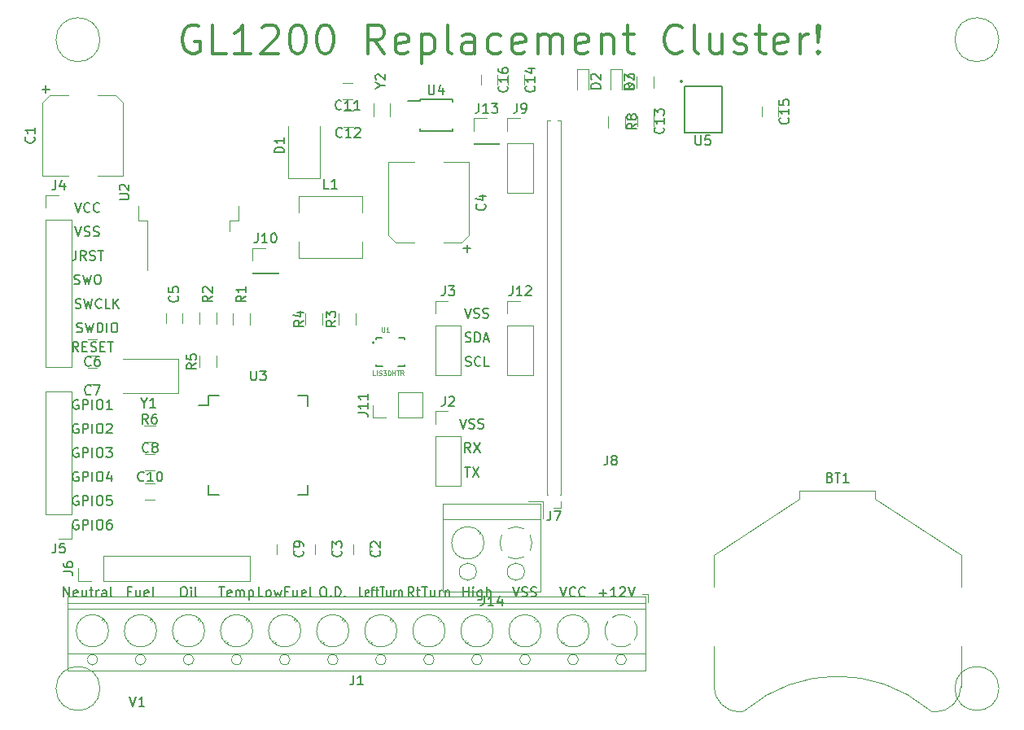
<source format=gbr>
G04 #@! TF.GenerationSoftware,KiCad,Pcbnew,5.1.0*
G04 #@! TF.CreationDate,2019-04-02T23:30:48-05:00*
G04 #@! TF.ProjectId,Cluster,436c7573-7465-4722-9e6b-696361645f70,rev?*
G04 #@! TF.SameCoordinates,Original*
G04 #@! TF.FileFunction,Legend,Top*
G04 #@! TF.FilePolarity,Positive*
%FSLAX46Y46*%
G04 Gerber Fmt 4.6, Leading zero omitted, Abs format (unit mm)*
G04 Created by KiCad (PCBNEW 5.1.0) date 2019-04-02 23:30:48*
%MOMM*%
%LPD*%
G04 APERTURE LIST*
%ADD10C,0.150000*%
%ADD11C,0.300000*%
%ADD12C,0.120000*%
%ADD13C,0.100000*%
%ADD14C,0.127000*%
%ADD15C,0.050000*%
G04 APERTURE END LIST*
D10*
X152890476Y-138852380D02*
X153223809Y-139852380D01*
X153557142Y-138852380D01*
X154414285Y-139852380D02*
X153842857Y-139852380D01*
X154128571Y-139852380D02*
X154128571Y-138852380D01*
X154033333Y-138995238D01*
X153938095Y-139090476D01*
X153842857Y-139138095D01*
D11*
X160071428Y-69100000D02*
X159785714Y-68957142D01*
X159357142Y-68957142D01*
X158928571Y-69100000D01*
X158642857Y-69385714D01*
X158499999Y-69671428D01*
X158357142Y-70242857D01*
X158357142Y-70671428D01*
X158499999Y-71242857D01*
X158642857Y-71528571D01*
X158928571Y-71814285D01*
X159357142Y-71957142D01*
X159642857Y-71957142D01*
X160071428Y-71814285D01*
X160214285Y-71671428D01*
X160214285Y-70671428D01*
X159642857Y-70671428D01*
X162928571Y-71957142D02*
X161499999Y-71957142D01*
X161499999Y-68957142D01*
X165499999Y-71957142D02*
X163785714Y-71957142D01*
X164642857Y-71957142D02*
X164642857Y-68957142D01*
X164357142Y-69385714D01*
X164071428Y-69671428D01*
X163785714Y-69814285D01*
X166642857Y-69242857D02*
X166785714Y-69100000D01*
X167071428Y-68957142D01*
X167785714Y-68957142D01*
X168071428Y-69100000D01*
X168214285Y-69242857D01*
X168357142Y-69528571D01*
X168357142Y-69814285D01*
X168214285Y-70242857D01*
X166499999Y-71957142D01*
X168357142Y-71957142D01*
X170214285Y-68957142D02*
X170499999Y-68957142D01*
X170785714Y-69100000D01*
X170928571Y-69242857D01*
X171071428Y-69528571D01*
X171214285Y-70100000D01*
X171214285Y-70814285D01*
X171071428Y-71385714D01*
X170928571Y-71671428D01*
X170785714Y-71814285D01*
X170499999Y-71957142D01*
X170214285Y-71957142D01*
X169928571Y-71814285D01*
X169785714Y-71671428D01*
X169642857Y-71385714D01*
X169499999Y-70814285D01*
X169499999Y-70100000D01*
X169642857Y-69528571D01*
X169785714Y-69242857D01*
X169928571Y-69100000D01*
X170214285Y-68957142D01*
X173071428Y-68957142D02*
X173357142Y-68957142D01*
X173642857Y-69100000D01*
X173785714Y-69242857D01*
X173928571Y-69528571D01*
X174071428Y-70100000D01*
X174071428Y-70814285D01*
X173928571Y-71385714D01*
X173785714Y-71671428D01*
X173642857Y-71814285D01*
X173357142Y-71957142D01*
X173071428Y-71957142D01*
X172785714Y-71814285D01*
X172642857Y-71671428D01*
X172499999Y-71385714D01*
X172357142Y-70814285D01*
X172357142Y-70100000D01*
X172499999Y-69528571D01*
X172642857Y-69242857D01*
X172785714Y-69100000D01*
X173071428Y-68957142D01*
X179357142Y-71957142D02*
X178357142Y-70528571D01*
X177642857Y-71957142D02*
X177642857Y-68957142D01*
X178785714Y-68957142D01*
X179071428Y-69100000D01*
X179214285Y-69242857D01*
X179357142Y-69528571D01*
X179357142Y-69957142D01*
X179214285Y-70242857D01*
X179071428Y-70385714D01*
X178785714Y-70528571D01*
X177642857Y-70528571D01*
X181785714Y-71814285D02*
X181499999Y-71957142D01*
X180928571Y-71957142D01*
X180642857Y-71814285D01*
X180499999Y-71528571D01*
X180499999Y-70385714D01*
X180642857Y-70100000D01*
X180928571Y-69957142D01*
X181499999Y-69957142D01*
X181785714Y-70100000D01*
X181928571Y-70385714D01*
X181928571Y-70671428D01*
X180499999Y-70957142D01*
X183214285Y-69957142D02*
X183214285Y-72957142D01*
X183214285Y-70100000D02*
X183499999Y-69957142D01*
X184071428Y-69957142D01*
X184357142Y-70100000D01*
X184499999Y-70242857D01*
X184642857Y-70528571D01*
X184642857Y-71385714D01*
X184499999Y-71671428D01*
X184357142Y-71814285D01*
X184071428Y-71957142D01*
X183499999Y-71957142D01*
X183214285Y-71814285D01*
X186357142Y-71957142D02*
X186071428Y-71814285D01*
X185928571Y-71528571D01*
X185928571Y-68957142D01*
X188785714Y-71957142D02*
X188785714Y-70385714D01*
X188642857Y-70100000D01*
X188357142Y-69957142D01*
X187785714Y-69957142D01*
X187499999Y-70100000D01*
X188785714Y-71814285D02*
X188499999Y-71957142D01*
X187785714Y-71957142D01*
X187499999Y-71814285D01*
X187357142Y-71528571D01*
X187357142Y-71242857D01*
X187499999Y-70957142D01*
X187785714Y-70814285D01*
X188499999Y-70814285D01*
X188785714Y-70671428D01*
X191499999Y-71814285D02*
X191214285Y-71957142D01*
X190642857Y-71957142D01*
X190357142Y-71814285D01*
X190214285Y-71671428D01*
X190071428Y-71385714D01*
X190071428Y-70528571D01*
X190214285Y-70242857D01*
X190357142Y-70100000D01*
X190642857Y-69957142D01*
X191214285Y-69957142D01*
X191499999Y-70100000D01*
X193928571Y-71814285D02*
X193642857Y-71957142D01*
X193071428Y-71957142D01*
X192785714Y-71814285D01*
X192642857Y-71528571D01*
X192642857Y-70385714D01*
X192785714Y-70100000D01*
X193071428Y-69957142D01*
X193642857Y-69957142D01*
X193928571Y-70100000D01*
X194071428Y-70385714D01*
X194071428Y-70671428D01*
X192642857Y-70957142D01*
X195357142Y-71957142D02*
X195357142Y-69957142D01*
X195357142Y-70242857D02*
X195500000Y-70100000D01*
X195785714Y-69957142D01*
X196214285Y-69957142D01*
X196500000Y-70100000D01*
X196642857Y-70385714D01*
X196642857Y-71957142D01*
X196642857Y-70385714D02*
X196785714Y-70100000D01*
X197071428Y-69957142D01*
X197500000Y-69957142D01*
X197785714Y-70100000D01*
X197928571Y-70385714D01*
X197928571Y-71957142D01*
X200500000Y-71814285D02*
X200214285Y-71957142D01*
X199642857Y-71957142D01*
X199357142Y-71814285D01*
X199214285Y-71528571D01*
X199214285Y-70385714D01*
X199357142Y-70100000D01*
X199642857Y-69957142D01*
X200214285Y-69957142D01*
X200500000Y-70100000D01*
X200642857Y-70385714D01*
X200642857Y-70671428D01*
X199214285Y-70957142D01*
X201928571Y-69957142D02*
X201928571Y-71957142D01*
X201928571Y-70242857D02*
X202071428Y-70100000D01*
X202357142Y-69957142D01*
X202785714Y-69957142D01*
X203071428Y-70100000D01*
X203214285Y-70385714D01*
X203214285Y-71957142D01*
X204214285Y-69957142D02*
X205357142Y-69957142D01*
X204642857Y-68957142D02*
X204642857Y-71528571D01*
X204785714Y-71814285D01*
X205071428Y-71957142D01*
X205357142Y-71957142D01*
X210357142Y-71671428D02*
X210214285Y-71814285D01*
X209785714Y-71957142D01*
X209500000Y-71957142D01*
X209071428Y-71814285D01*
X208785714Y-71528571D01*
X208642857Y-71242857D01*
X208500000Y-70671428D01*
X208500000Y-70242857D01*
X208642857Y-69671428D01*
X208785714Y-69385714D01*
X209071428Y-69100000D01*
X209500000Y-68957142D01*
X209785714Y-68957142D01*
X210214285Y-69100000D01*
X210357142Y-69242857D01*
X212071428Y-71957142D02*
X211785714Y-71814285D01*
X211642857Y-71528571D01*
X211642857Y-68957142D01*
X214500000Y-69957142D02*
X214500000Y-71957142D01*
X213214285Y-69957142D02*
X213214285Y-71528571D01*
X213357142Y-71814285D01*
X213642857Y-71957142D01*
X214071428Y-71957142D01*
X214357142Y-71814285D01*
X214500000Y-71671428D01*
X215785714Y-71814285D02*
X216071428Y-71957142D01*
X216642857Y-71957142D01*
X216928571Y-71814285D01*
X217071428Y-71528571D01*
X217071428Y-71385714D01*
X216928571Y-71100000D01*
X216642857Y-70957142D01*
X216214285Y-70957142D01*
X215928571Y-70814285D01*
X215785714Y-70528571D01*
X215785714Y-70385714D01*
X215928571Y-70100000D01*
X216214285Y-69957142D01*
X216642857Y-69957142D01*
X216928571Y-70100000D01*
X217928571Y-69957142D02*
X219071428Y-69957142D01*
X218357142Y-68957142D02*
X218357142Y-71528571D01*
X218500000Y-71814285D01*
X218785714Y-71957142D01*
X219071428Y-71957142D01*
X221214285Y-71814285D02*
X220928571Y-71957142D01*
X220357142Y-71957142D01*
X220071428Y-71814285D01*
X219928571Y-71528571D01*
X219928571Y-70385714D01*
X220071428Y-70100000D01*
X220357142Y-69957142D01*
X220928571Y-69957142D01*
X221214285Y-70100000D01*
X221357142Y-70385714D01*
X221357142Y-70671428D01*
X219928571Y-70957142D01*
X222642857Y-71957142D02*
X222642857Y-69957142D01*
X222642857Y-70528571D02*
X222785714Y-70242857D01*
X222928571Y-70100000D01*
X223214285Y-69957142D01*
X223500000Y-69957142D01*
X224500000Y-71671428D02*
X224642857Y-71814285D01*
X224500000Y-71957142D01*
X224357142Y-71814285D01*
X224500000Y-71671428D01*
X224500000Y-71957142D01*
X224500000Y-70814285D02*
X224357142Y-69100000D01*
X224500000Y-68957142D01*
X224642857Y-69100000D01*
X224500000Y-70814285D01*
X224500000Y-68957142D01*
D10*
X187714285Y-98452380D02*
X188047619Y-99452380D01*
X188380952Y-98452380D01*
X188666666Y-99404761D02*
X188809523Y-99452380D01*
X189047619Y-99452380D01*
X189142857Y-99404761D01*
X189190476Y-99357142D01*
X189238095Y-99261904D01*
X189238095Y-99166666D01*
X189190476Y-99071428D01*
X189142857Y-99023809D01*
X189047619Y-98976190D01*
X188857142Y-98928571D01*
X188761904Y-98880952D01*
X188714285Y-98833333D01*
X188666666Y-98738095D01*
X188666666Y-98642857D01*
X188714285Y-98547619D01*
X188761904Y-98500000D01*
X188857142Y-98452380D01*
X189095238Y-98452380D01*
X189238095Y-98500000D01*
X189619047Y-99404761D02*
X189761904Y-99452380D01*
X190000000Y-99452380D01*
X190095238Y-99404761D01*
X190142857Y-99357142D01*
X190190476Y-99261904D01*
X190190476Y-99166666D01*
X190142857Y-99071428D01*
X190095238Y-99023809D01*
X190000000Y-98976190D01*
X189809523Y-98928571D01*
X189714285Y-98880952D01*
X189666666Y-98833333D01*
X189619047Y-98738095D01*
X189619047Y-98642857D01*
X189666666Y-98547619D01*
X189714285Y-98500000D01*
X189809523Y-98452380D01*
X190047619Y-98452380D01*
X190190476Y-98500000D01*
X187785714Y-101904761D02*
X187928571Y-101952380D01*
X188166666Y-101952380D01*
X188261904Y-101904761D01*
X188309523Y-101857142D01*
X188357142Y-101761904D01*
X188357142Y-101666666D01*
X188309523Y-101571428D01*
X188261904Y-101523809D01*
X188166666Y-101476190D01*
X187976190Y-101428571D01*
X187880952Y-101380952D01*
X187833333Y-101333333D01*
X187785714Y-101238095D01*
X187785714Y-101142857D01*
X187833333Y-101047619D01*
X187880952Y-101000000D01*
X187976190Y-100952380D01*
X188214285Y-100952380D01*
X188357142Y-101000000D01*
X188785714Y-101952380D02*
X188785714Y-100952380D01*
X189023809Y-100952380D01*
X189166666Y-101000000D01*
X189261904Y-101095238D01*
X189309523Y-101190476D01*
X189357142Y-101380952D01*
X189357142Y-101523809D01*
X189309523Y-101714285D01*
X189261904Y-101809523D01*
X189166666Y-101904761D01*
X189023809Y-101952380D01*
X188785714Y-101952380D01*
X189738095Y-101666666D02*
X190214285Y-101666666D01*
X189642857Y-101952380D02*
X189976190Y-100952380D01*
X190309523Y-101952380D01*
X187809523Y-104404761D02*
X187952380Y-104452380D01*
X188190476Y-104452380D01*
X188285714Y-104404761D01*
X188333333Y-104357142D01*
X188380952Y-104261904D01*
X188380952Y-104166666D01*
X188333333Y-104071428D01*
X188285714Y-104023809D01*
X188190476Y-103976190D01*
X188000000Y-103928571D01*
X187904761Y-103880952D01*
X187857142Y-103833333D01*
X187809523Y-103738095D01*
X187809523Y-103642857D01*
X187857142Y-103547619D01*
X187904761Y-103500000D01*
X188000000Y-103452380D01*
X188238095Y-103452380D01*
X188380952Y-103500000D01*
X189380952Y-104357142D02*
X189333333Y-104404761D01*
X189190476Y-104452380D01*
X189095238Y-104452380D01*
X188952380Y-104404761D01*
X188857142Y-104309523D01*
X188809523Y-104214285D01*
X188761904Y-104023809D01*
X188761904Y-103880952D01*
X188809523Y-103690476D01*
X188857142Y-103595238D01*
X188952380Y-103500000D01*
X189095238Y-103452380D01*
X189190476Y-103452380D01*
X189333333Y-103500000D01*
X189380952Y-103547619D01*
X190285714Y-104452380D02*
X189809523Y-104452380D01*
X189809523Y-103452380D01*
X187214285Y-109952380D02*
X187547619Y-110952380D01*
X187880952Y-109952380D01*
X188166666Y-110904761D02*
X188309523Y-110952380D01*
X188547619Y-110952380D01*
X188642857Y-110904761D01*
X188690476Y-110857142D01*
X188738095Y-110761904D01*
X188738095Y-110666666D01*
X188690476Y-110571428D01*
X188642857Y-110523809D01*
X188547619Y-110476190D01*
X188357142Y-110428571D01*
X188261904Y-110380952D01*
X188214285Y-110333333D01*
X188166666Y-110238095D01*
X188166666Y-110142857D01*
X188214285Y-110047619D01*
X188261904Y-110000000D01*
X188357142Y-109952380D01*
X188595238Y-109952380D01*
X188738095Y-110000000D01*
X189119047Y-110904761D02*
X189261904Y-110952380D01*
X189500000Y-110952380D01*
X189595238Y-110904761D01*
X189642857Y-110857142D01*
X189690476Y-110761904D01*
X189690476Y-110666666D01*
X189642857Y-110571428D01*
X189595238Y-110523809D01*
X189500000Y-110476190D01*
X189309523Y-110428571D01*
X189214285Y-110380952D01*
X189166666Y-110333333D01*
X189119047Y-110238095D01*
X189119047Y-110142857D01*
X189166666Y-110047619D01*
X189214285Y-110000000D01*
X189309523Y-109952380D01*
X189547619Y-109952380D01*
X189690476Y-110000000D01*
X188333333Y-113452380D02*
X188000000Y-112976190D01*
X187761904Y-113452380D02*
X187761904Y-112452380D01*
X188142857Y-112452380D01*
X188238095Y-112500000D01*
X188285714Y-112547619D01*
X188333333Y-112642857D01*
X188333333Y-112785714D01*
X188285714Y-112880952D01*
X188238095Y-112928571D01*
X188142857Y-112976190D01*
X187761904Y-112976190D01*
X188666666Y-112452380D02*
X189333333Y-113452380D01*
X189333333Y-112452380D02*
X188666666Y-113452380D01*
X187738095Y-114952380D02*
X188309523Y-114952380D01*
X188023809Y-115952380D02*
X188023809Y-114952380D01*
X188547619Y-114952380D02*
X189214285Y-115952380D01*
X189214285Y-114952380D02*
X188547619Y-115952380D01*
X147547619Y-102952380D02*
X147214285Y-102476190D01*
X146976190Y-102952380D02*
X146976190Y-101952380D01*
X147357142Y-101952380D01*
X147452380Y-102000000D01*
X147500000Y-102047619D01*
X147547619Y-102142857D01*
X147547619Y-102285714D01*
X147500000Y-102380952D01*
X147452380Y-102428571D01*
X147357142Y-102476190D01*
X146976190Y-102476190D01*
X147976190Y-102428571D02*
X148309523Y-102428571D01*
X148452380Y-102952380D02*
X147976190Y-102952380D01*
X147976190Y-101952380D01*
X148452380Y-101952380D01*
X148833333Y-102904761D02*
X148976190Y-102952380D01*
X149214285Y-102952380D01*
X149309523Y-102904761D01*
X149357142Y-102857142D01*
X149404761Y-102761904D01*
X149404761Y-102666666D01*
X149357142Y-102571428D01*
X149309523Y-102523809D01*
X149214285Y-102476190D01*
X149023809Y-102428571D01*
X148928571Y-102380952D01*
X148880952Y-102333333D01*
X148833333Y-102238095D01*
X148833333Y-102142857D01*
X148880952Y-102047619D01*
X148928571Y-102000000D01*
X149023809Y-101952380D01*
X149261904Y-101952380D01*
X149404761Y-102000000D01*
X149833333Y-102428571D02*
X150166666Y-102428571D01*
X150309523Y-102952380D02*
X149833333Y-102952380D01*
X149833333Y-101952380D01*
X150309523Y-101952380D01*
X150595238Y-101952380D02*
X151166666Y-101952380D01*
X150880952Y-102952380D02*
X150880952Y-101952380D01*
X147380952Y-100904761D02*
X147523809Y-100952380D01*
X147761904Y-100952380D01*
X147857142Y-100904761D01*
X147904761Y-100857142D01*
X147952380Y-100761904D01*
X147952380Y-100666666D01*
X147904761Y-100571428D01*
X147857142Y-100523809D01*
X147761904Y-100476190D01*
X147571428Y-100428571D01*
X147476190Y-100380952D01*
X147428571Y-100333333D01*
X147380952Y-100238095D01*
X147380952Y-100142857D01*
X147428571Y-100047619D01*
X147476190Y-100000000D01*
X147571428Y-99952380D01*
X147809523Y-99952380D01*
X147952380Y-100000000D01*
X148285714Y-99952380D02*
X148523809Y-100952380D01*
X148714285Y-100238095D01*
X148904761Y-100952380D01*
X149142857Y-99952380D01*
X149523809Y-100952380D02*
X149523809Y-99952380D01*
X149761904Y-99952380D01*
X149904761Y-100000000D01*
X150000000Y-100095238D01*
X150047619Y-100190476D01*
X150095238Y-100380952D01*
X150095238Y-100523809D01*
X150047619Y-100714285D01*
X150000000Y-100809523D01*
X149904761Y-100904761D01*
X149761904Y-100952380D01*
X149523809Y-100952380D01*
X150523809Y-100952380D02*
X150523809Y-99952380D01*
X151190476Y-99952380D02*
X151380952Y-99952380D01*
X151476190Y-100000000D01*
X151571428Y-100095238D01*
X151619047Y-100285714D01*
X151619047Y-100619047D01*
X151571428Y-100809523D01*
X151476190Y-100904761D01*
X151380952Y-100952380D01*
X151190476Y-100952380D01*
X151095238Y-100904761D01*
X151000000Y-100809523D01*
X150952380Y-100619047D01*
X150952380Y-100285714D01*
X151000000Y-100095238D01*
X151095238Y-100000000D01*
X151190476Y-99952380D01*
X147238095Y-98404761D02*
X147380952Y-98452380D01*
X147619047Y-98452380D01*
X147714285Y-98404761D01*
X147761904Y-98357142D01*
X147809523Y-98261904D01*
X147809523Y-98166666D01*
X147761904Y-98071428D01*
X147714285Y-98023809D01*
X147619047Y-97976190D01*
X147428571Y-97928571D01*
X147333333Y-97880952D01*
X147285714Y-97833333D01*
X147238095Y-97738095D01*
X147238095Y-97642857D01*
X147285714Y-97547619D01*
X147333333Y-97500000D01*
X147428571Y-97452380D01*
X147666666Y-97452380D01*
X147809523Y-97500000D01*
X148142857Y-97452380D02*
X148380952Y-98452380D01*
X148571428Y-97738095D01*
X148761904Y-98452380D01*
X149000000Y-97452380D01*
X149952380Y-98357142D02*
X149904761Y-98404761D01*
X149761904Y-98452380D01*
X149666666Y-98452380D01*
X149523809Y-98404761D01*
X149428571Y-98309523D01*
X149380952Y-98214285D01*
X149333333Y-98023809D01*
X149333333Y-97880952D01*
X149380952Y-97690476D01*
X149428571Y-97595238D01*
X149523809Y-97500000D01*
X149666666Y-97452380D01*
X149761904Y-97452380D01*
X149904761Y-97500000D01*
X149952380Y-97547619D01*
X150857142Y-98452380D02*
X150380952Y-98452380D01*
X150380952Y-97452380D01*
X151190476Y-98452380D02*
X151190476Y-97452380D01*
X151761904Y-98452380D02*
X151333333Y-97880952D01*
X151761904Y-97452380D02*
X151190476Y-98023809D01*
X147119047Y-95904761D02*
X147261904Y-95952380D01*
X147500000Y-95952380D01*
X147595238Y-95904761D01*
X147642857Y-95857142D01*
X147690476Y-95761904D01*
X147690476Y-95666666D01*
X147642857Y-95571428D01*
X147595238Y-95523809D01*
X147500000Y-95476190D01*
X147309523Y-95428571D01*
X147214285Y-95380952D01*
X147166666Y-95333333D01*
X147119047Y-95238095D01*
X147119047Y-95142857D01*
X147166666Y-95047619D01*
X147214285Y-95000000D01*
X147309523Y-94952380D01*
X147547619Y-94952380D01*
X147690476Y-95000000D01*
X148023809Y-94952380D02*
X148261904Y-95952380D01*
X148452380Y-95238095D01*
X148642857Y-95952380D01*
X148880952Y-94952380D01*
X149452380Y-94952380D02*
X149642857Y-94952380D01*
X149738095Y-95000000D01*
X149833333Y-95095238D01*
X149880952Y-95285714D01*
X149880952Y-95619047D01*
X149833333Y-95809523D01*
X149738095Y-95904761D01*
X149642857Y-95952380D01*
X149452380Y-95952380D01*
X149357142Y-95904761D01*
X149261904Y-95809523D01*
X149214285Y-95619047D01*
X149214285Y-95285714D01*
X149261904Y-95095238D01*
X149357142Y-95000000D01*
X149452380Y-94952380D01*
X147285714Y-92452380D02*
X147285714Y-93166666D01*
X147238095Y-93309523D01*
X147142857Y-93404761D01*
X147000000Y-93452380D01*
X146904761Y-93452380D01*
X148333333Y-93452380D02*
X148000000Y-92976190D01*
X147761904Y-93452380D02*
X147761904Y-92452380D01*
X148142857Y-92452380D01*
X148238095Y-92500000D01*
X148285714Y-92547619D01*
X148333333Y-92642857D01*
X148333333Y-92785714D01*
X148285714Y-92880952D01*
X148238095Y-92928571D01*
X148142857Y-92976190D01*
X147761904Y-92976190D01*
X148714285Y-93404761D02*
X148857142Y-93452380D01*
X149095238Y-93452380D01*
X149190476Y-93404761D01*
X149238095Y-93357142D01*
X149285714Y-93261904D01*
X149285714Y-93166666D01*
X149238095Y-93071428D01*
X149190476Y-93023809D01*
X149095238Y-92976190D01*
X148904761Y-92928571D01*
X148809523Y-92880952D01*
X148761904Y-92833333D01*
X148714285Y-92738095D01*
X148714285Y-92642857D01*
X148761904Y-92547619D01*
X148809523Y-92500000D01*
X148904761Y-92452380D01*
X149142857Y-92452380D01*
X149285714Y-92500000D01*
X149571428Y-92452380D02*
X150142857Y-92452380D01*
X149857142Y-93452380D02*
X149857142Y-92452380D01*
X147214285Y-89952380D02*
X147547619Y-90952380D01*
X147880952Y-89952380D01*
X148166666Y-90904761D02*
X148309523Y-90952380D01*
X148547619Y-90952380D01*
X148642857Y-90904761D01*
X148690476Y-90857142D01*
X148738095Y-90761904D01*
X148738095Y-90666666D01*
X148690476Y-90571428D01*
X148642857Y-90523809D01*
X148547619Y-90476190D01*
X148357142Y-90428571D01*
X148261904Y-90380952D01*
X148214285Y-90333333D01*
X148166666Y-90238095D01*
X148166666Y-90142857D01*
X148214285Y-90047619D01*
X148261904Y-90000000D01*
X148357142Y-89952380D01*
X148595238Y-89952380D01*
X148738095Y-90000000D01*
X149119047Y-90904761D02*
X149261904Y-90952380D01*
X149500000Y-90952380D01*
X149595238Y-90904761D01*
X149642857Y-90857142D01*
X149690476Y-90761904D01*
X149690476Y-90666666D01*
X149642857Y-90571428D01*
X149595238Y-90523809D01*
X149500000Y-90476190D01*
X149309523Y-90428571D01*
X149214285Y-90380952D01*
X149166666Y-90333333D01*
X149119047Y-90238095D01*
X149119047Y-90142857D01*
X149166666Y-90047619D01*
X149214285Y-90000000D01*
X149309523Y-89952380D01*
X149547619Y-89952380D01*
X149690476Y-90000000D01*
X147166666Y-87452380D02*
X147500000Y-88452380D01*
X147833333Y-87452380D01*
X148738095Y-88357142D02*
X148690476Y-88404761D01*
X148547619Y-88452380D01*
X148452380Y-88452380D01*
X148309523Y-88404761D01*
X148214285Y-88309523D01*
X148166666Y-88214285D01*
X148119047Y-88023809D01*
X148119047Y-87880952D01*
X148166666Y-87690476D01*
X148214285Y-87595238D01*
X148309523Y-87500000D01*
X148452380Y-87452380D01*
X148547619Y-87452380D01*
X148690476Y-87500000D01*
X148738095Y-87547619D01*
X149738095Y-88357142D02*
X149690476Y-88404761D01*
X149547619Y-88452380D01*
X149452380Y-88452380D01*
X149309523Y-88404761D01*
X149214285Y-88309523D01*
X149166666Y-88214285D01*
X149119047Y-88023809D01*
X149119047Y-87880952D01*
X149166666Y-87690476D01*
X149214285Y-87595238D01*
X149309523Y-87500000D01*
X149452380Y-87452380D01*
X149547619Y-87452380D01*
X149690476Y-87500000D01*
X149738095Y-87547619D01*
X147523809Y-120500000D02*
X147428571Y-120452380D01*
X147285714Y-120452380D01*
X147142857Y-120500000D01*
X147047619Y-120595238D01*
X147000000Y-120690476D01*
X146952380Y-120880952D01*
X146952380Y-121023809D01*
X147000000Y-121214285D01*
X147047619Y-121309523D01*
X147142857Y-121404761D01*
X147285714Y-121452380D01*
X147380952Y-121452380D01*
X147523809Y-121404761D01*
X147571428Y-121357142D01*
X147571428Y-121023809D01*
X147380952Y-121023809D01*
X148000000Y-121452380D02*
X148000000Y-120452380D01*
X148380952Y-120452380D01*
X148476190Y-120500000D01*
X148523809Y-120547619D01*
X148571428Y-120642857D01*
X148571428Y-120785714D01*
X148523809Y-120880952D01*
X148476190Y-120928571D01*
X148380952Y-120976190D01*
X148000000Y-120976190D01*
X149000000Y-121452380D02*
X149000000Y-120452380D01*
X149666666Y-120452380D02*
X149857142Y-120452380D01*
X149952380Y-120500000D01*
X150047619Y-120595238D01*
X150095238Y-120785714D01*
X150095238Y-121119047D01*
X150047619Y-121309523D01*
X149952380Y-121404761D01*
X149857142Y-121452380D01*
X149666666Y-121452380D01*
X149571428Y-121404761D01*
X149476190Y-121309523D01*
X149428571Y-121119047D01*
X149428571Y-120785714D01*
X149476190Y-120595238D01*
X149571428Y-120500000D01*
X149666666Y-120452380D01*
X150952380Y-120452380D02*
X150761904Y-120452380D01*
X150666666Y-120500000D01*
X150619047Y-120547619D01*
X150523809Y-120690476D01*
X150476190Y-120880952D01*
X150476190Y-121261904D01*
X150523809Y-121357142D01*
X150571428Y-121404761D01*
X150666666Y-121452380D01*
X150857142Y-121452380D01*
X150952380Y-121404761D01*
X151000000Y-121357142D01*
X151047619Y-121261904D01*
X151047619Y-121023809D01*
X151000000Y-120928571D01*
X150952380Y-120880952D01*
X150857142Y-120833333D01*
X150666666Y-120833333D01*
X150571428Y-120880952D01*
X150523809Y-120928571D01*
X150476190Y-121023809D01*
X147523809Y-118000000D02*
X147428571Y-117952380D01*
X147285714Y-117952380D01*
X147142857Y-118000000D01*
X147047619Y-118095238D01*
X147000000Y-118190476D01*
X146952380Y-118380952D01*
X146952380Y-118523809D01*
X147000000Y-118714285D01*
X147047619Y-118809523D01*
X147142857Y-118904761D01*
X147285714Y-118952380D01*
X147380952Y-118952380D01*
X147523809Y-118904761D01*
X147571428Y-118857142D01*
X147571428Y-118523809D01*
X147380952Y-118523809D01*
X148000000Y-118952380D02*
X148000000Y-117952380D01*
X148380952Y-117952380D01*
X148476190Y-118000000D01*
X148523809Y-118047619D01*
X148571428Y-118142857D01*
X148571428Y-118285714D01*
X148523809Y-118380952D01*
X148476190Y-118428571D01*
X148380952Y-118476190D01*
X148000000Y-118476190D01*
X149000000Y-118952380D02*
X149000000Y-117952380D01*
X149666666Y-117952380D02*
X149857142Y-117952380D01*
X149952380Y-118000000D01*
X150047619Y-118095238D01*
X150095238Y-118285714D01*
X150095238Y-118619047D01*
X150047619Y-118809523D01*
X149952380Y-118904761D01*
X149857142Y-118952380D01*
X149666666Y-118952380D01*
X149571428Y-118904761D01*
X149476190Y-118809523D01*
X149428571Y-118619047D01*
X149428571Y-118285714D01*
X149476190Y-118095238D01*
X149571428Y-118000000D01*
X149666666Y-117952380D01*
X151000000Y-117952380D02*
X150523809Y-117952380D01*
X150476190Y-118428571D01*
X150523809Y-118380952D01*
X150619047Y-118333333D01*
X150857142Y-118333333D01*
X150952380Y-118380952D01*
X151000000Y-118428571D01*
X151047619Y-118523809D01*
X151047619Y-118761904D01*
X151000000Y-118857142D01*
X150952380Y-118904761D01*
X150857142Y-118952380D01*
X150619047Y-118952380D01*
X150523809Y-118904761D01*
X150476190Y-118857142D01*
X147523809Y-115500000D02*
X147428571Y-115452380D01*
X147285714Y-115452380D01*
X147142857Y-115500000D01*
X147047619Y-115595238D01*
X147000000Y-115690476D01*
X146952380Y-115880952D01*
X146952380Y-116023809D01*
X147000000Y-116214285D01*
X147047619Y-116309523D01*
X147142857Y-116404761D01*
X147285714Y-116452380D01*
X147380952Y-116452380D01*
X147523809Y-116404761D01*
X147571428Y-116357142D01*
X147571428Y-116023809D01*
X147380952Y-116023809D01*
X148000000Y-116452380D02*
X148000000Y-115452380D01*
X148380952Y-115452380D01*
X148476190Y-115500000D01*
X148523809Y-115547619D01*
X148571428Y-115642857D01*
X148571428Y-115785714D01*
X148523809Y-115880952D01*
X148476190Y-115928571D01*
X148380952Y-115976190D01*
X148000000Y-115976190D01*
X149000000Y-116452380D02*
X149000000Y-115452380D01*
X149666666Y-115452380D02*
X149857142Y-115452380D01*
X149952380Y-115500000D01*
X150047619Y-115595238D01*
X150095238Y-115785714D01*
X150095238Y-116119047D01*
X150047619Y-116309523D01*
X149952380Y-116404761D01*
X149857142Y-116452380D01*
X149666666Y-116452380D01*
X149571428Y-116404761D01*
X149476190Y-116309523D01*
X149428571Y-116119047D01*
X149428571Y-115785714D01*
X149476190Y-115595238D01*
X149571428Y-115500000D01*
X149666666Y-115452380D01*
X150952380Y-115785714D02*
X150952380Y-116452380D01*
X150714285Y-115404761D02*
X150476190Y-116119047D01*
X151095238Y-116119047D01*
X147523809Y-113000000D02*
X147428571Y-112952380D01*
X147285714Y-112952380D01*
X147142857Y-113000000D01*
X147047619Y-113095238D01*
X147000000Y-113190476D01*
X146952380Y-113380952D01*
X146952380Y-113523809D01*
X147000000Y-113714285D01*
X147047619Y-113809523D01*
X147142857Y-113904761D01*
X147285714Y-113952380D01*
X147380952Y-113952380D01*
X147523809Y-113904761D01*
X147571428Y-113857142D01*
X147571428Y-113523809D01*
X147380952Y-113523809D01*
X148000000Y-113952380D02*
X148000000Y-112952380D01*
X148380952Y-112952380D01*
X148476190Y-113000000D01*
X148523809Y-113047619D01*
X148571428Y-113142857D01*
X148571428Y-113285714D01*
X148523809Y-113380952D01*
X148476190Y-113428571D01*
X148380952Y-113476190D01*
X148000000Y-113476190D01*
X149000000Y-113952380D02*
X149000000Y-112952380D01*
X149666666Y-112952380D02*
X149857142Y-112952380D01*
X149952380Y-113000000D01*
X150047619Y-113095238D01*
X150095238Y-113285714D01*
X150095238Y-113619047D01*
X150047619Y-113809523D01*
X149952380Y-113904761D01*
X149857142Y-113952380D01*
X149666666Y-113952380D01*
X149571428Y-113904761D01*
X149476190Y-113809523D01*
X149428571Y-113619047D01*
X149428571Y-113285714D01*
X149476190Y-113095238D01*
X149571428Y-113000000D01*
X149666666Y-112952380D01*
X150428571Y-112952380D02*
X151047619Y-112952380D01*
X150714285Y-113333333D01*
X150857142Y-113333333D01*
X150952380Y-113380952D01*
X151000000Y-113428571D01*
X151047619Y-113523809D01*
X151047619Y-113761904D01*
X151000000Y-113857142D01*
X150952380Y-113904761D01*
X150857142Y-113952380D01*
X150571428Y-113952380D01*
X150476190Y-113904761D01*
X150428571Y-113857142D01*
X147523809Y-110500000D02*
X147428571Y-110452380D01*
X147285714Y-110452380D01*
X147142857Y-110500000D01*
X147047619Y-110595238D01*
X147000000Y-110690476D01*
X146952380Y-110880952D01*
X146952380Y-111023809D01*
X147000000Y-111214285D01*
X147047619Y-111309523D01*
X147142857Y-111404761D01*
X147285714Y-111452380D01*
X147380952Y-111452380D01*
X147523809Y-111404761D01*
X147571428Y-111357142D01*
X147571428Y-111023809D01*
X147380952Y-111023809D01*
X148000000Y-111452380D02*
X148000000Y-110452380D01*
X148380952Y-110452380D01*
X148476190Y-110500000D01*
X148523809Y-110547619D01*
X148571428Y-110642857D01*
X148571428Y-110785714D01*
X148523809Y-110880952D01*
X148476190Y-110928571D01*
X148380952Y-110976190D01*
X148000000Y-110976190D01*
X149000000Y-111452380D02*
X149000000Y-110452380D01*
X149666666Y-110452380D02*
X149857142Y-110452380D01*
X149952380Y-110500000D01*
X150047619Y-110595238D01*
X150095238Y-110785714D01*
X150095238Y-111119047D01*
X150047619Y-111309523D01*
X149952380Y-111404761D01*
X149857142Y-111452380D01*
X149666666Y-111452380D01*
X149571428Y-111404761D01*
X149476190Y-111309523D01*
X149428571Y-111119047D01*
X149428571Y-110785714D01*
X149476190Y-110595238D01*
X149571428Y-110500000D01*
X149666666Y-110452380D01*
X150476190Y-110547619D02*
X150523809Y-110500000D01*
X150619047Y-110452380D01*
X150857142Y-110452380D01*
X150952380Y-110500000D01*
X151000000Y-110547619D01*
X151047619Y-110642857D01*
X151047619Y-110738095D01*
X151000000Y-110880952D01*
X150428571Y-111452380D01*
X151047619Y-111452380D01*
X147523809Y-108000000D02*
X147428571Y-107952380D01*
X147285714Y-107952380D01*
X147142857Y-108000000D01*
X147047619Y-108095238D01*
X147000000Y-108190476D01*
X146952380Y-108380952D01*
X146952380Y-108523809D01*
X147000000Y-108714285D01*
X147047619Y-108809523D01*
X147142857Y-108904761D01*
X147285714Y-108952380D01*
X147380952Y-108952380D01*
X147523809Y-108904761D01*
X147571428Y-108857142D01*
X147571428Y-108523809D01*
X147380952Y-108523809D01*
X148000000Y-108952380D02*
X148000000Y-107952380D01*
X148380952Y-107952380D01*
X148476190Y-108000000D01*
X148523809Y-108047619D01*
X148571428Y-108142857D01*
X148571428Y-108285714D01*
X148523809Y-108380952D01*
X148476190Y-108428571D01*
X148380952Y-108476190D01*
X148000000Y-108476190D01*
X149000000Y-108952380D02*
X149000000Y-107952380D01*
X149666666Y-107952380D02*
X149857142Y-107952380D01*
X149952380Y-108000000D01*
X150047619Y-108095238D01*
X150095238Y-108285714D01*
X150095238Y-108619047D01*
X150047619Y-108809523D01*
X149952380Y-108904761D01*
X149857142Y-108952380D01*
X149666666Y-108952380D01*
X149571428Y-108904761D01*
X149476190Y-108809523D01*
X149428571Y-108619047D01*
X149428571Y-108285714D01*
X149476190Y-108095238D01*
X149571428Y-108000000D01*
X149666666Y-107952380D01*
X151047619Y-108952380D02*
X150476190Y-108952380D01*
X150761904Y-108952380D02*
X150761904Y-107952380D01*
X150666666Y-108095238D01*
X150571428Y-108190476D01*
X150476190Y-108238095D01*
X201738095Y-128071428D02*
X202500000Y-128071428D01*
X202119047Y-128452380D02*
X202119047Y-127690476D01*
X203500000Y-128452380D02*
X202928571Y-128452380D01*
X203214285Y-128452380D02*
X203214285Y-127452380D01*
X203119047Y-127595238D01*
X203023809Y-127690476D01*
X202928571Y-127738095D01*
X203880952Y-127547619D02*
X203928571Y-127500000D01*
X204023809Y-127452380D01*
X204261904Y-127452380D01*
X204357142Y-127500000D01*
X204404761Y-127547619D01*
X204452380Y-127642857D01*
X204452380Y-127738095D01*
X204404761Y-127880952D01*
X203833333Y-128452380D01*
X204452380Y-128452380D01*
X204738095Y-127452380D02*
X205071428Y-128452380D01*
X205404761Y-127452380D01*
X197666666Y-127452380D02*
X198000000Y-128452380D01*
X198333333Y-127452380D01*
X199238095Y-128357142D02*
X199190476Y-128404761D01*
X199047619Y-128452380D01*
X198952380Y-128452380D01*
X198809523Y-128404761D01*
X198714285Y-128309523D01*
X198666666Y-128214285D01*
X198619047Y-128023809D01*
X198619047Y-127880952D01*
X198666666Y-127690476D01*
X198714285Y-127595238D01*
X198809523Y-127500000D01*
X198952380Y-127452380D01*
X199047619Y-127452380D01*
X199190476Y-127500000D01*
X199238095Y-127547619D01*
X200238095Y-128357142D02*
X200190476Y-128404761D01*
X200047619Y-128452380D01*
X199952380Y-128452380D01*
X199809523Y-128404761D01*
X199714285Y-128309523D01*
X199666666Y-128214285D01*
X199619047Y-128023809D01*
X199619047Y-127880952D01*
X199666666Y-127690476D01*
X199714285Y-127595238D01*
X199809523Y-127500000D01*
X199952380Y-127452380D01*
X200047619Y-127452380D01*
X200190476Y-127500000D01*
X200238095Y-127547619D01*
X192714285Y-127452380D02*
X193047619Y-128452380D01*
X193380952Y-127452380D01*
X193666666Y-128404761D02*
X193809523Y-128452380D01*
X194047619Y-128452380D01*
X194142857Y-128404761D01*
X194190476Y-128357142D01*
X194238095Y-128261904D01*
X194238095Y-128166666D01*
X194190476Y-128071428D01*
X194142857Y-128023809D01*
X194047619Y-127976190D01*
X193857142Y-127928571D01*
X193761904Y-127880952D01*
X193714285Y-127833333D01*
X193666666Y-127738095D01*
X193666666Y-127642857D01*
X193714285Y-127547619D01*
X193761904Y-127500000D01*
X193857142Y-127452380D01*
X194095238Y-127452380D01*
X194238095Y-127500000D01*
X194619047Y-128404761D02*
X194761904Y-128452380D01*
X195000000Y-128452380D01*
X195095238Y-128404761D01*
X195142857Y-128357142D01*
X195190476Y-128261904D01*
X195190476Y-128166666D01*
X195142857Y-128071428D01*
X195095238Y-128023809D01*
X195000000Y-127976190D01*
X194809523Y-127928571D01*
X194714285Y-127880952D01*
X194666666Y-127833333D01*
X194619047Y-127738095D01*
X194619047Y-127642857D01*
X194666666Y-127547619D01*
X194714285Y-127500000D01*
X194809523Y-127452380D01*
X195047619Y-127452380D01*
X195190476Y-127500000D01*
X187571428Y-128452380D02*
X187571428Y-127452380D01*
X187571428Y-127928571D02*
X188142857Y-127928571D01*
X188142857Y-128452380D02*
X188142857Y-127452380D01*
X188619047Y-128452380D02*
X188619047Y-127785714D01*
X188619047Y-127452380D02*
X188571428Y-127500000D01*
X188619047Y-127547619D01*
X188666666Y-127500000D01*
X188619047Y-127452380D01*
X188619047Y-127547619D01*
X189523809Y-127785714D02*
X189523809Y-128595238D01*
X189476190Y-128690476D01*
X189428571Y-128738095D01*
X189333333Y-128785714D01*
X189190476Y-128785714D01*
X189095238Y-128738095D01*
X189523809Y-128404761D02*
X189428571Y-128452380D01*
X189238095Y-128452380D01*
X189142857Y-128404761D01*
X189095238Y-128357142D01*
X189047619Y-128261904D01*
X189047619Y-127976190D01*
X189095238Y-127880952D01*
X189142857Y-127833333D01*
X189238095Y-127785714D01*
X189428571Y-127785714D01*
X189523809Y-127833333D01*
X190000000Y-128452380D02*
X190000000Y-127452380D01*
X190428571Y-128452380D02*
X190428571Y-127928571D01*
X190380952Y-127833333D01*
X190285714Y-127785714D01*
X190142857Y-127785714D01*
X190047619Y-127833333D01*
X190000000Y-127880952D01*
X182428571Y-128452380D02*
X182095238Y-127976190D01*
X181857142Y-128452380D02*
X181857142Y-127452380D01*
X182238095Y-127452380D01*
X182333333Y-127500000D01*
X182380952Y-127547619D01*
X182428571Y-127642857D01*
X182428571Y-127785714D01*
X182380952Y-127880952D01*
X182333333Y-127928571D01*
X182238095Y-127976190D01*
X181857142Y-127976190D01*
X182714285Y-127785714D02*
X183095238Y-127785714D01*
X182857142Y-127452380D02*
X182857142Y-128309523D01*
X182904761Y-128404761D01*
X183000000Y-128452380D01*
X183095238Y-128452380D01*
X183285714Y-127452380D02*
X183857142Y-127452380D01*
X183571428Y-128452380D02*
X183571428Y-127452380D01*
X184619047Y-127785714D02*
X184619047Y-128452380D01*
X184190476Y-127785714D02*
X184190476Y-128309523D01*
X184238095Y-128404761D01*
X184333333Y-128452380D01*
X184476190Y-128452380D01*
X184571428Y-128404761D01*
X184619047Y-128357142D01*
X185095238Y-128452380D02*
X185095238Y-127785714D01*
X185095238Y-127976190D02*
X185142857Y-127880952D01*
X185190476Y-127833333D01*
X185285714Y-127785714D01*
X185380952Y-127785714D01*
X185714285Y-127785714D02*
X185714285Y-128452380D01*
X185714285Y-127880952D02*
X185761904Y-127833333D01*
X185857142Y-127785714D01*
X186000000Y-127785714D01*
X186095238Y-127833333D01*
X186142857Y-127928571D01*
X186142857Y-128452380D01*
X177171428Y-128452380D02*
X176790476Y-128452380D01*
X176790476Y-127452380D01*
X177742857Y-128404761D02*
X177666666Y-128452380D01*
X177514285Y-128452380D01*
X177438095Y-128404761D01*
X177400000Y-128309523D01*
X177400000Y-127928571D01*
X177438095Y-127833333D01*
X177514285Y-127785714D01*
X177666666Y-127785714D01*
X177742857Y-127833333D01*
X177780952Y-127928571D01*
X177780952Y-128023809D01*
X177400000Y-128119047D01*
X178009523Y-127785714D02*
X178314285Y-127785714D01*
X178123809Y-128452380D02*
X178123809Y-127595238D01*
X178161904Y-127500000D01*
X178238095Y-127452380D01*
X178314285Y-127452380D01*
X178466666Y-127785714D02*
X178771428Y-127785714D01*
X178580952Y-127452380D02*
X178580952Y-128309523D01*
X178619047Y-128404761D01*
X178695238Y-128452380D01*
X178771428Y-128452380D01*
X178923809Y-127452380D02*
X179380952Y-127452380D01*
X179152380Y-128452380D02*
X179152380Y-127452380D01*
X179990476Y-127785714D02*
X179990476Y-128452380D01*
X179647619Y-127785714D02*
X179647619Y-128309523D01*
X179685714Y-128404761D01*
X179761904Y-128452380D01*
X179876190Y-128452380D01*
X179952380Y-128404761D01*
X179990476Y-128357142D01*
X180371428Y-128452380D02*
X180371428Y-127785714D01*
X180371428Y-127976190D02*
X180409523Y-127880952D01*
X180447619Y-127833333D01*
X180523809Y-127785714D01*
X180600000Y-127785714D01*
X180866666Y-127785714D02*
X180866666Y-128452380D01*
X180866666Y-127880952D02*
X180904761Y-127833333D01*
X180980952Y-127785714D01*
X181095238Y-127785714D01*
X181171428Y-127833333D01*
X181209523Y-127928571D01*
X181209523Y-128452380D01*
X172928571Y-127452380D02*
X173119047Y-127452380D01*
X173214285Y-127500000D01*
X173309523Y-127595238D01*
X173357142Y-127785714D01*
X173357142Y-128119047D01*
X173309523Y-128309523D01*
X173214285Y-128404761D01*
X173119047Y-128452380D01*
X172928571Y-128452380D01*
X172833333Y-128404761D01*
X172738095Y-128309523D01*
X172690476Y-128119047D01*
X172690476Y-127785714D01*
X172738095Y-127595238D01*
X172833333Y-127500000D01*
X172928571Y-127452380D01*
X173785714Y-128357142D02*
X173833333Y-128404761D01*
X173785714Y-128452380D01*
X173738095Y-128404761D01*
X173785714Y-128357142D01*
X173785714Y-128452380D01*
X174261904Y-128452380D02*
X174261904Y-127452380D01*
X174500000Y-127452380D01*
X174642857Y-127500000D01*
X174738095Y-127595238D01*
X174785714Y-127690476D01*
X174833333Y-127880952D01*
X174833333Y-128023809D01*
X174785714Y-128214285D01*
X174738095Y-128309523D01*
X174642857Y-128404761D01*
X174500000Y-128452380D01*
X174261904Y-128452380D01*
X175261904Y-128357142D02*
X175309523Y-128404761D01*
X175261904Y-128452380D01*
X175214285Y-128404761D01*
X175261904Y-128357142D01*
X175261904Y-128452380D01*
X166761904Y-128452380D02*
X166285714Y-128452380D01*
X166285714Y-127452380D01*
X167238095Y-128452380D02*
X167142857Y-128404761D01*
X167095238Y-128357142D01*
X167047619Y-128261904D01*
X167047619Y-127976190D01*
X167095238Y-127880952D01*
X167142857Y-127833333D01*
X167238095Y-127785714D01*
X167380952Y-127785714D01*
X167476190Y-127833333D01*
X167523809Y-127880952D01*
X167571428Y-127976190D01*
X167571428Y-128261904D01*
X167523809Y-128357142D01*
X167476190Y-128404761D01*
X167380952Y-128452380D01*
X167238095Y-128452380D01*
X167904761Y-127785714D02*
X168095238Y-128452380D01*
X168285714Y-127976190D01*
X168476190Y-128452380D01*
X168666666Y-127785714D01*
X169380952Y-127928571D02*
X169047619Y-127928571D01*
X169047619Y-128452380D02*
X169047619Y-127452380D01*
X169523809Y-127452380D01*
X170333333Y-127785714D02*
X170333333Y-128452380D01*
X169904761Y-127785714D02*
X169904761Y-128309523D01*
X169952380Y-128404761D01*
X170047619Y-128452380D01*
X170190476Y-128452380D01*
X170285714Y-128404761D01*
X170333333Y-128357142D01*
X171190476Y-128404761D02*
X171095238Y-128452380D01*
X170904761Y-128452380D01*
X170809523Y-128404761D01*
X170761904Y-128309523D01*
X170761904Y-127928571D01*
X170809523Y-127833333D01*
X170904761Y-127785714D01*
X171095238Y-127785714D01*
X171190476Y-127833333D01*
X171238095Y-127928571D01*
X171238095Y-128023809D01*
X170761904Y-128119047D01*
X171809523Y-128452380D02*
X171714285Y-128404761D01*
X171666666Y-128309523D01*
X171666666Y-127452380D01*
X162166666Y-127452380D02*
X162738095Y-127452380D01*
X162452380Y-128452380D02*
X162452380Y-127452380D01*
X163452380Y-128404761D02*
X163357142Y-128452380D01*
X163166666Y-128452380D01*
X163071428Y-128404761D01*
X163023809Y-128309523D01*
X163023809Y-127928571D01*
X163071428Y-127833333D01*
X163166666Y-127785714D01*
X163357142Y-127785714D01*
X163452380Y-127833333D01*
X163500000Y-127928571D01*
X163500000Y-128023809D01*
X163023809Y-128119047D01*
X163928571Y-128452380D02*
X163928571Y-127785714D01*
X163928571Y-127880952D02*
X163976190Y-127833333D01*
X164071428Y-127785714D01*
X164214285Y-127785714D01*
X164309523Y-127833333D01*
X164357142Y-127928571D01*
X164357142Y-128452380D01*
X164357142Y-127928571D02*
X164404761Y-127833333D01*
X164500000Y-127785714D01*
X164642857Y-127785714D01*
X164738095Y-127833333D01*
X164785714Y-127928571D01*
X164785714Y-128452380D01*
X165261904Y-127785714D02*
X165261904Y-128785714D01*
X165261904Y-127833333D02*
X165357142Y-127785714D01*
X165547619Y-127785714D01*
X165642857Y-127833333D01*
X165690476Y-127880952D01*
X165738095Y-127976190D01*
X165738095Y-128261904D01*
X165690476Y-128357142D01*
X165642857Y-128404761D01*
X165547619Y-128452380D01*
X165357142Y-128452380D01*
X165261904Y-128404761D01*
X158404761Y-127452380D02*
X158595238Y-127452380D01*
X158690476Y-127500000D01*
X158785714Y-127595238D01*
X158833333Y-127785714D01*
X158833333Y-128119047D01*
X158785714Y-128309523D01*
X158690476Y-128404761D01*
X158595238Y-128452380D01*
X158404761Y-128452380D01*
X158309523Y-128404761D01*
X158214285Y-128309523D01*
X158166666Y-128119047D01*
X158166666Y-127785714D01*
X158214285Y-127595238D01*
X158309523Y-127500000D01*
X158404761Y-127452380D01*
X159261904Y-128452380D02*
X159261904Y-127785714D01*
X159261904Y-127452380D02*
X159214285Y-127500000D01*
X159261904Y-127547619D01*
X159309523Y-127500000D01*
X159261904Y-127452380D01*
X159261904Y-127547619D01*
X159880952Y-128452380D02*
X159785714Y-128404761D01*
X159738095Y-128309523D01*
X159738095Y-127452380D01*
X153000000Y-127928571D02*
X152666666Y-127928571D01*
X152666666Y-128452380D02*
X152666666Y-127452380D01*
X153142857Y-127452380D01*
X153952380Y-127785714D02*
X153952380Y-128452380D01*
X153523809Y-127785714D02*
X153523809Y-128309523D01*
X153571428Y-128404761D01*
X153666666Y-128452380D01*
X153809523Y-128452380D01*
X153904761Y-128404761D01*
X153952380Y-128357142D01*
X154809523Y-128404761D02*
X154714285Y-128452380D01*
X154523809Y-128452380D01*
X154428571Y-128404761D01*
X154380952Y-128309523D01*
X154380952Y-127928571D01*
X154428571Y-127833333D01*
X154523809Y-127785714D01*
X154714285Y-127785714D01*
X154809523Y-127833333D01*
X154857142Y-127928571D01*
X154857142Y-128023809D01*
X154380952Y-128119047D01*
X155428571Y-128452380D02*
X155333333Y-128404761D01*
X155285714Y-128309523D01*
X155285714Y-127452380D01*
X146023809Y-128452380D02*
X146023809Y-127452380D01*
X146595238Y-128452380D01*
X146595238Y-127452380D01*
X147452380Y-128404761D02*
X147357142Y-128452380D01*
X147166666Y-128452380D01*
X147071428Y-128404761D01*
X147023809Y-128309523D01*
X147023809Y-127928571D01*
X147071428Y-127833333D01*
X147166666Y-127785714D01*
X147357142Y-127785714D01*
X147452380Y-127833333D01*
X147500000Y-127928571D01*
X147500000Y-128023809D01*
X147023809Y-128119047D01*
X148357142Y-127785714D02*
X148357142Y-128452380D01*
X147928571Y-127785714D02*
X147928571Y-128309523D01*
X147976190Y-128404761D01*
X148071428Y-128452380D01*
X148214285Y-128452380D01*
X148309523Y-128404761D01*
X148357142Y-128357142D01*
X148690476Y-127785714D02*
X149071428Y-127785714D01*
X148833333Y-127452380D02*
X148833333Y-128309523D01*
X148880952Y-128404761D01*
X148976190Y-128452380D01*
X149071428Y-128452380D01*
X149404761Y-128452380D02*
X149404761Y-127785714D01*
X149404761Y-127976190D02*
X149452380Y-127880952D01*
X149500000Y-127833333D01*
X149595238Y-127785714D01*
X149690476Y-127785714D01*
X150452380Y-128452380D02*
X150452380Y-127928571D01*
X150404761Y-127833333D01*
X150309523Y-127785714D01*
X150119047Y-127785714D01*
X150023809Y-127833333D01*
X150452380Y-128404761D02*
X150357142Y-128452380D01*
X150119047Y-128452380D01*
X150023809Y-128404761D01*
X149976190Y-128309523D01*
X149976190Y-128214285D01*
X150023809Y-128119047D01*
X150119047Y-128071428D01*
X150357142Y-128071428D01*
X150452380Y-128023809D01*
X151071428Y-128452380D02*
X150976190Y-128404761D01*
X150928571Y-128309523D01*
X150928571Y-127452380D01*
D12*
X149786000Y-138000000D02*
G75*
G03X149786000Y-138000000I-2286000J0D01*
G01*
X243286000Y-138000000D02*
G75*
G03X243286000Y-138000000I-2286000J0D01*
G01*
X243286000Y-70500000D02*
G75*
G03X243286000Y-70500000I-2286000J0D01*
G01*
X149786000Y-70500000D02*
G75*
G03X149786000Y-70500000I-2286000J0D01*
G01*
X152190000Y-77020000D02*
X152190000Y-84640000D01*
X151430000Y-76260000D02*
X152190000Y-77020000D01*
X143810000Y-77020000D02*
X144570000Y-76260000D01*
X143810000Y-84640000D02*
X143810000Y-77020000D01*
X152190000Y-84640000D02*
X149510000Y-84640000D01*
X143810000Y-84640000D02*
X146490000Y-84640000D01*
X151430000Y-76260000D02*
X149510000Y-76260000D01*
X144570000Y-76260000D02*
X146490000Y-76260000D01*
X176150000Y-123000000D02*
X176150000Y-124000000D01*
X177850000Y-124000000D02*
X177850000Y-123000000D01*
X173850000Y-124000000D02*
X173850000Y-123000000D01*
X172150000Y-123000000D02*
X172150000Y-124000000D01*
X187430000Y-91640000D02*
X185510000Y-91640000D01*
X180570000Y-91640000D02*
X182490000Y-91640000D01*
X188190000Y-83260000D02*
X185510000Y-83260000D01*
X179810000Y-83260000D02*
X182490000Y-83260000D01*
X188190000Y-83260000D02*
X188190000Y-90880000D01*
X188190000Y-90880000D02*
X187430000Y-91640000D01*
X180570000Y-91640000D02*
X179810000Y-90880000D01*
X179810000Y-90880000D02*
X179810000Y-83260000D01*
X156650000Y-99000000D02*
X156650000Y-100000000D01*
X158350000Y-100000000D02*
X158350000Y-99000000D01*
X148500000Y-103350000D02*
X149500000Y-103350000D01*
X149500000Y-101650000D02*
X148500000Y-101650000D01*
X149500000Y-104650000D02*
X148500000Y-104650000D01*
X148500000Y-106350000D02*
X149500000Y-106350000D01*
X154500000Y-115350000D02*
X155500000Y-115350000D01*
X155500000Y-113650000D02*
X154500000Y-113650000D01*
X168150000Y-123000000D02*
X168150000Y-124000000D01*
X169850000Y-124000000D02*
X169850000Y-123000000D01*
X155500000Y-116650000D02*
X154500000Y-116650000D01*
X154500000Y-118350000D02*
X155500000Y-118350000D01*
X203036392Y-130623825D02*
G75*
G02X204000000Y-130320000I963608J-1376175D01*
G01*
X202623175Y-132964249D02*
G75*
G02X202623000Y-131036000I1376825J964249D01*
G01*
X204964249Y-133376825D02*
G75*
G02X203036000Y-133377000I-964249J1376825D01*
G01*
X205376825Y-131035751D02*
G75*
G02X205377000Y-132964000I-1376825J-964249D01*
G01*
X203970512Y-130319359D02*
G75*
G02X204964000Y-130623000I29488J-1680641D01*
G01*
X204550000Y-135000000D02*
G75*
G03X204550000Y-135000000I-550000J0D01*
G01*
X200680000Y-132000000D02*
G75*
G03X200680000Y-132000000I-1680000J0D01*
G01*
X199550000Y-135000000D02*
G75*
G03X199550000Y-135000000I-550000J0D01*
G01*
X195680000Y-132000000D02*
G75*
G03X195680000Y-132000000I-1680000J0D01*
G01*
X194550000Y-135000000D02*
G75*
G03X194550000Y-135000000I-550000J0D01*
G01*
X190680000Y-132000000D02*
G75*
G03X190680000Y-132000000I-1680000J0D01*
G01*
X189550000Y-135000000D02*
G75*
G03X189550000Y-135000000I-550000J0D01*
G01*
X185680000Y-132000000D02*
G75*
G03X185680000Y-132000000I-1680000J0D01*
G01*
X184550000Y-135000000D02*
G75*
G03X184550000Y-135000000I-550000J0D01*
G01*
X180680000Y-132000000D02*
G75*
G03X180680000Y-132000000I-1680000J0D01*
G01*
X179550000Y-135000000D02*
G75*
G03X179550000Y-135000000I-550000J0D01*
G01*
X175680000Y-132000000D02*
G75*
G03X175680000Y-132000000I-1680000J0D01*
G01*
X174550000Y-135000000D02*
G75*
G03X174550000Y-135000000I-550000J0D01*
G01*
X170680000Y-132000000D02*
G75*
G03X170680000Y-132000000I-1680000J0D01*
G01*
X169550000Y-135000000D02*
G75*
G03X169550000Y-135000000I-550000J0D01*
G01*
X165680000Y-132000000D02*
G75*
G03X165680000Y-132000000I-1680000J0D01*
G01*
X164550000Y-135000000D02*
G75*
G03X164550000Y-135000000I-550000J0D01*
G01*
X160680000Y-132000000D02*
G75*
G03X160680000Y-132000000I-1680000J0D01*
G01*
X159550000Y-135000000D02*
G75*
G03X159550000Y-135000000I-550000J0D01*
G01*
X155680000Y-132000000D02*
G75*
G03X155680000Y-132000000I-1680000J0D01*
G01*
X154550000Y-135000000D02*
G75*
G03X154550000Y-135000000I-550000J0D01*
G01*
X150680000Y-132000000D02*
G75*
G03X150680000Y-132000000I-1680000J0D01*
G01*
X149550000Y-135000000D02*
G75*
G03X149550000Y-135000000I-550000J0D01*
G01*
X206560000Y-129100000D02*
X146440000Y-129100000D01*
X206560000Y-129700000D02*
X146440000Y-129700000D01*
X206560000Y-134400000D02*
X146440000Y-134400000D01*
X206560000Y-136160000D02*
X206560000Y-128440000D01*
X206560000Y-128440000D02*
X146440000Y-128440000D01*
X146440000Y-128440000D02*
X146440000Y-136160000D01*
X146440000Y-136160000D02*
X206560000Y-136160000D01*
X197725000Y-133069000D02*
X197889000Y-132905000D01*
X199940000Y-130854000D02*
X200069000Y-130726000D01*
X197930000Y-133275000D02*
X198059000Y-133146000D01*
X200110000Y-131095000D02*
X200274000Y-130931000D01*
X192725000Y-133069000D02*
X192889000Y-132905000D01*
X194940000Y-130854000D02*
X195069000Y-130726000D01*
X192930000Y-133275000D02*
X193059000Y-133146000D01*
X195110000Y-131095000D02*
X195274000Y-130931000D01*
X187725000Y-133069000D02*
X187889000Y-132905000D01*
X189940000Y-130854000D02*
X190069000Y-130726000D01*
X187930000Y-133275000D02*
X188059000Y-133146000D01*
X190110000Y-131095000D02*
X190274000Y-130931000D01*
X182725000Y-133069000D02*
X182889000Y-132905000D01*
X184940000Y-130854000D02*
X185069000Y-130726000D01*
X182930000Y-133275000D02*
X183059000Y-133146000D01*
X185110000Y-131095000D02*
X185274000Y-130931000D01*
X177725000Y-133069000D02*
X177889000Y-132905000D01*
X179940000Y-130854000D02*
X180069000Y-130726000D01*
X177930000Y-133275000D02*
X178059000Y-133146000D01*
X180110000Y-131095000D02*
X180274000Y-130931000D01*
X172725000Y-133069000D02*
X172889000Y-132905000D01*
X174940000Y-130854000D02*
X175069000Y-130726000D01*
X172930000Y-133275000D02*
X173059000Y-133146000D01*
X175110000Y-131095000D02*
X175274000Y-130931000D01*
X167725000Y-133069000D02*
X167889000Y-132905000D01*
X169940000Y-130854000D02*
X170069000Y-130726000D01*
X167930000Y-133275000D02*
X168059000Y-133146000D01*
X170110000Y-131095000D02*
X170274000Y-130931000D01*
X162725000Y-133069000D02*
X162889000Y-132905000D01*
X164940000Y-130854000D02*
X165069000Y-130726000D01*
X162930000Y-133275000D02*
X163059000Y-133146000D01*
X165110000Y-131095000D02*
X165274000Y-130931000D01*
X157725000Y-133069000D02*
X157889000Y-132905000D01*
X159940000Y-130854000D02*
X160069000Y-130726000D01*
X157930000Y-133275000D02*
X158059000Y-133146000D01*
X160110000Y-131095000D02*
X160274000Y-130931000D01*
X152725000Y-133069000D02*
X152889000Y-132905000D01*
X154940000Y-130854000D02*
X155069000Y-130726000D01*
X152930000Y-133275000D02*
X153059000Y-133146000D01*
X155110000Y-131095000D02*
X155274000Y-130931000D01*
X147725000Y-133069000D02*
X147889000Y-132905000D01*
X149940000Y-130854000D02*
X150069000Y-130726000D01*
X147930000Y-133275000D02*
X148059000Y-133146000D01*
X150110000Y-131095000D02*
X150274000Y-130931000D01*
X206800000Y-129040000D02*
X206800000Y-128200000D01*
X206800000Y-128200000D02*
X206200000Y-128200000D01*
X184670000Y-109170000D02*
X186000000Y-109170000D01*
X184670000Y-110500000D02*
X184670000Y-109170000D01*
X184670000Y-111770000D02*
X187330000Y-111770000D01*
X187330000Y-111770000D02*
X187330000Y-116910000D01*
X184670000Y-111770000D02*
X184670000Y-116910000D01*
X184670000Y-116910000D02*
X187330000Y-116910000D01*
X184670000Y-105410000D02*
X187330000Y-105410000D01*
X184670000Y-100270000D02*
X184670000Y-105410000D01*
X187330000Y-100270000D02*
X187330000Y-105410000D01*
X184670000Y-100270000D02*
X187330000Y-100270000D01*
X184670000Y-99000000D02*
X184670000Y-97670000D01*
X184670000Y-97670000D02*
X186000000Y-97670000D01*
X144170000Y-104570000D02*
X146830000Y-104570000D01*
X144170000Y-89270000D02*
X144170000Y-104570000D01*
X146830000Y-89270000D02*
X146830000Y-104570000D01*
X144170000Y-89270000D02*
X146830000Y-89270000D01*
X144170000Y-88000000D02*
X144170000Y-86670000D01*
X144170000Y-86670000D02*
X145500000Y-86670000D01*
X146830000Y-107090000D02*
X144170000Y-107090000D01*
X146830000Y-119850000D02*
X146830000Y-107090000D01*
X144170000Y-119850000D02*
X144170000Y-107090000D01*
X146830000Y-119850000D02*
X144170000Y-119850000D01*
X146830000Y-121120000D02*
X146830000Y-122450000D01*
X146830000Y-122450000D02*
X145500000Y-122450000D01*
X197695000Y-78940000D02*
X197394493Y-78940000D01*
X196605507Y-78940000D02*
X196305000Y-78940000D01*
X197695000Y-117815000D02*
X197695000Y-78940000D01*
X196305000Y-117815000D02*
X196305000Y-78940000D01*
X197695000Y-117815000D02*
X197608276Y-117815000D01*
X196391724Y-117815000D02*
X196305000Y-117815000D01*
X197695000Y-118500000D02*
X197695000Y-119185000D01*
X197695000Y-119185000D02*
X197000000Y-119185000D01*
X192170000Y-86410000D02*
X194830000Y-86410000D01*
X192170000Y-81270000D02*
X192170000Y-86410000D01*
X194830000Y-81270000D02*
X194830000Y-86410000D01*
X192170000Y-81270000D02*
X194830000Y-81270000D01*
X192170000Y-80000000D02*
X192170000Y-78670000D01*
X192170000Y-78670000D02*
X193500000Y-78670000D01*
X165670000Y-94830000D02*
X168330000Y-94830000D01*
X165670000Y-94770000D02*
X165670000Y-94830000D01*
X168330000Y-94770000D02*
X168330000Y-94830000D01*
X165670000Y-94770000D02*
X168330000Y-94770000D01*
X165670000Y-93500000D02*
X165670000Y-92170000D01*
X165670000Y-92170000D02*
X167000000Y-92170000D01*
X183370000Y-109830000D02*
X183370000Y-107170000D01*
X180770000Y-109830000D02*
X183370000Y-109830000D01*
X180770000Y-107170000D02*
X183370000Y-107170000D01*
X180770000Y-109830000D02*
X180770000Y-107170000D01*
X179500000Y-109830000D02*
X178170000Y-109830000D01*
X178170000Y-109830000D02*
X178170000Y-108500000D01*
X192170000Y-97670000D02*
X193500000Y-97670000D01*
X192170000Y-99000000D02*
X192170000Y-97670000D01*
X192170000Y-100270000D02*
X194830000Y-100270000D01*
X194830000Y-100270000D02*
X194830000Y-105410000D01*
X192170000Y-100270000D02*
X192170000Y-105410000D01*
X192170000Y-105410000D02*
X194830000Y-105410000D01*
X177050000Y-91500000D02*
X177050000Y-93200000D01*
X177050000Y-93200000D02*
X170450000Y-93200000D01*
X170450000Y-93200000D02*
X170450000Y-91500000D01*
X170450000Y-88500000D02*
X170450000Y-86800000D01*
X170450000Y-86800000D02*
X177050000Y-86800000D01*
X177050000Y-86800000D02*
X177050000Y-88500000D01*
X165380000Y-98950000D02*
X165380000Y-100150000D01*
X163620000Y-100150000D02*
X163620000Y-98950000D01*
X161880000Y-98850000D02*
X161880000Y-100050000D01*
X160120000Y-100050000D02*
X160120000Y-98850000D01*
X174620000Y-100150000D02*
X174620000Y-98950000D01*
X176380000Y-98950000D02*
X176380000Y-100150000D01*
X171120000Y-100150000D02*
X171120000Y-98950000D01*
X172880000Y-98950000D02*
X172880000Y-100150000D01*
X161880000Y-103400000D02*
X161880000Y-104600000D01*
X160120000Y-104600000D02*
X160120000Y-103400000D01*
X155550000Y-112380000D02*
X154350000Y-112380000D01*
X154350000Y-110620000D02*
X155550000Y-110620000D01*
X152150000Y-107300000D02*
X157900000Y-107300000D01*
X157900000Y-107300000D02*
X157900000Y-103700000D01*
X157900000Y-103700000D02*
X152150000Y-103700000D01*
X165410000Y-126830000D02*
X165410000Y-124170000D01*
X150110000Y-126830000D02*
X165410000Y-126830000D01*
X150110000Y-124170000D02*
X165410000Y-124170000D01*
X150110000Y-126830000D02*
X150110000Y-124170000D01*
X148840000Y-126830000D02*
X147510000Y-126830000D01*
X147510000Y-126830000D02*
X147510000Y-125500000D01*
X169350000Y-84900000D02*
X172650000Y-84900000D01*
X172650000Y-84900000D02*
X172650000Y-79500000D01*
X169350000Y-84900000D02*
X169350000Y-79500000D01*
D13*
X178325800Y-102000000D02*
G75*
G03X178325800Y-102000000I-125800J0D01*
G01*
D14*
X178500000Y-101700000D02*
X178500000Y-101500000D01*
X179100000Y-101500000D02*
X178500000Y-101500000D01*
X180900000Y-101500000D02*
X181500000Y-101500000D01*
X181500000Y-101500000D02*
X181500000Y-101700000D01*
X180800000Y-104500000D02*
X181500000Y-104500000D01*
X181500000Y-104500000D02*
X181500000Y-104300000D01*
X178500000Y-104300000D02*
X178500000Y-104500000D01*
X178500000Y-104500000D02*
X179200000Y-104500000D01*
D12*
X153800000Y-87825000D02*
X153800000Y-89325000D01*
X153800000Y-89325000D02*
X154750000Y-89325000D01*
X154750000Y-89325000D02*
X154750000Y-94450000D01*
X164200000Y-87825000D02*
X164200000Y-89325000D01*
X164200000Y-89325000D02*
X163250000Y-89325000D01*
X163250000Y-89325000D02*
X163250000Y-90425000D01*
D10*
X161075000Y-107525000D02*
X161075000Y-108525000D01*
X171425000Y-107525000D02*
X171425000Y-108600000D01*
X171425000Y-117875000D02*
X171425000Y-116800000D01*
X161075000Y-117875000D02*
X161075000Y-116800000D01*
X161075000Y-107525000D02*
X162150000Y-107525000D01*
X161075000Y-117875000D02*
X162150000Y-117875000D01*
X171425000Y-117875000D02*
X170350000Y-117875000D01*
X171425000Y-107525000D02*
X170350000Y-107525000D01*
X161075000Y-108525000D02*
X160050000Y-108525000D01*
D12*
X176050000Y-75000000D02*
X175050000Y-75000000D01*
X175050000Y-76700000D02*
X176050000Y-76700000D01*
X175100000Y-79550000D02*
X176100000Y-79550000D01*
X176100000Y-77850000D02*
X175100000Y-77850000D01*
X207350000Y-79500000D02*
X207350000Y-78500000D01*
X205650000Y-78500000D02*
X205650000Y-79500000D01*
X192239999Y-74175001D02*
X192239999Y-75175001D01*
X193939999Y-75175001D02*
X193939999Y-74175001D01*
X218650000Y-77500000D02*
X218650000Y-78500000D01*
X220350000Y-78500000D02*
X220350000Y-77500000D01*
X191119999Y-75175001D02*
X191119999Y-74175001D01*
X189419999Y-74175001D02*
X189419999Y-75175001D01*
X188670000Y-81330000D02*
X191330000Y-81330000D01*
X188670000Y-81270000D02*
X188670000Y-81330000D01*
X191330000Y-81270000D02*
X191330000Y-81330000D01*
X188670000Y-81270000D02*
X191330000Y-81270000D01*
X188670000Y-80000000D02*
X188670000Y-78670000D01*
X188670000Y-78670000D02*
X190000000Y-78670000D01*
X207380000Y-74350000D02*
X207380000Y-75550000D01*
X205620000Y-75550000D02*
X205620000Y-74350000D01*
X235940444Y-140138071D02*
G75*
G03X216950000Y-140230000I-9440444J-11361929D01*
G01*
X235978249Y-140171751D02*
G75*
G03X236650000Y-140450000I671751J671751D01*
G01*
X217021751Y-140171751D02*
G75*
G02X216350000Y-140450000I-671751J671751D01*
G01*
X213650000Y-137750000D02*
G75*
G03X216350000Y-140450000I2700000J0D01*
G01*
X239350000Y-137750000D02*
G75*
G02X236650000Y-140450000I-2700000J0D01*
G01*
X239350000Y-133600000D02*
X239350000Y-137800000D01*
X213650000Y-133600000D02*
X213650000Y-137800000D01*
X239350000Y-124100000D02*
X239350000Y-127400000D01*
X230450000Y-118250000D02*
X239350000Y-124100000D01*
X230450000Y-117450000D02*
X230450000Y-118250000D01*
X222550000Y-117450000D02*
X230450000Y-117450000D01*
X222550000Y-117450000D02*
X222550000Y-118250000D01*
X222550000Y-118250000D02*
X213650000Y-124100000D01*
X213650000Y-124100000D02*
X213650000Y-127400000D01*
X200570000Y-73550000D02*
X200570000Y-75650000D01*
X199430000Y-73550000D02*
X199430000Y-75650000D01*
X200570000Y-73550000D02*
X199430000Y-73550000D01*
X204070000Y-73550000D02*
X202930000Y-73550000D01*
X202930000Y-73550000D02*
X202930000Y-75650000D01*
X204070000Y-73550000D02*
X204070000Y-75650000D01*
X192261288Y-121366648D02*
G75*
G02X193050000Y-121170000I788712J-1483352D01*
G01*
X191566047Y-123639088D02*
G75*
G02X191566000Y-122061000I1483953J789088D01*
G01*
X193839088Y-124333953D02*
G75*
G02X192261000Y-124334000I-789088J1483953D01*
G01*
X194533953Y-122060912D02*
G75*
G02X194534000Y-123639000I-1483953J-789088D01*
G01*
X193020617Y-121169550D02*
G75*
G02X193839000Y-121366000I29383J-1680450D01*
G01*
X193950000Y-125850000D02*
G75*
G03X193950000Y-125850000I-900000J0D01*
G01*
X189730000Y-122850000D02*
G75*
G03X189730000Y-122850000I-1680000J0D01*
G01*
X188950000Y-125850000D02*
G75*
G03X188950000Y-125850000I-900000J0D01*
G01*
X195610000Y-120350000D02*
X185490000Y-120350000D01*
X195610000Y-127910000D02*
X195610000Y-118790000D01*
X195610000Y-118790000D02*
X185490000Y-118790000D01*
X185490000Y-118790000D02*
X185490000Y-127910000D01*
X185490000Y-127910000D02*
X195610000Y-127910000D01*
X186775000Y-123919000D02*
X186869000Y-123826000D01*
X189060000Y-121634000D02*
X189119000Y-121576000D01*
X186980000Y-124125000D02*
X187039000Y-124066000D01*
X189230000Y-121874000D02*
X189324000Y-121781000D01*
X195850000Y-120290000D02*
X195850000Y-118550000D01*
X195850000Y-118550000D02*
X194350000Y-118550000D01*
X202620000Y-79650000D02*
X202620000Y-78450000D01*
X204380000Y-78450000D02*
X204380000Y-79650000D01*
D10*
X183075000Y-76675000D02*
X183075000Y-76850000D01*
X186425000Y-76675000D02*
X186425000Y-76925000D01*
X186425000Y-80025000D02*
X186425000Y-79775000D01*
X183075000Y-80025000D02*
X183075000Y-79775000D01*
X183075000Y-76675000D02*
X186425000Y-76675000D01*
X183075000Y-80025000D02*
X186425000Y-80025000D01*
X183075000Y-76850000D02*
X181825000Y-76850000D01*
X210600000Y-75350000D02*
X214450000Y-75350000D01*
X210600000Y-75350000D02*
X210600000Y-80150000D01*
X214450000Y-75350000D02*
X214450000Y-80150000D01*
X214450000Y-80150000D02*
X210600000Y-80150000D01*
X210400000Y-74850000D02*
G75*
G03X210400000Y-74850000I-150000J0D01*
G01*
D12*
X179975000Y-78475000D02*
X179975000Y-77125000D01*
X178225000Y-78475000D02*
X178225000Y-77125000D01*
D10*
X142907142Y-80616666D02*
X142954761Y-80664285D01*
X143002380Y-80807142D01*
X143002380Y-80902380D01*
X142954761Y-81045238D01*
X142859523Y-81140476D01*
X142764285Y-81188095D01*
X142573809Y-81235714D01*
X142430952Y-81235714D01*
X142240476Y-81188095D01*
X142145238Y-81140476D01*
X142050000Y-81045238D01*
X142002380Y-80902380D01*
X142002380Y-80807142D01*
X142050000Y-80664285D01*
X142097619Y-80616666D01*
X143002380Y-79664285D02*
X143002380Y-80235714D01*
X143002380Y-79950000D02*
X142002380Y-79950000D01*
X142145238Y-80045238D01*
X142240476Y-80140476D01*
X142288095Y-80235714D01*
X144161428Y-76050952D02*
X144161428Y-75289047D01*
X144542380Y-75670000D02*
X143780476Y-75670000D01*
X178857142Y-123666666D02*
X178904761Y-123714285D01*
X178952380Y-123857142D01*
X178952380Y-123952380D01*
X178904761Y-124095238D01*
X178809523Y-124190476D01*
X178714285Y-124238095D01*
X178523809Y-124285714D01*
X178380952Y-124285714D01*
X178190476Y-124238095D01*
X178095238Y-124190476D01*
X178000000Y-124095238D01*
X177952380Y-123952380D01*
X177952380Y-123857142D01*
X178000000Y-123714285D01*
X178047619Y-123666666D01*
X178047619Y-123285714D02*
X178000000Y-123238095D01*
X177952380Y-123142857D01*
X177952380Y-122904761D01*
X178000000Y-122809523D01*
X178047619Y-122761904D01*
X178142857Y-122714285D01*
X178238095Y-122714285D01*
X178380952Y-122761904D01*
X178952380Y-123333333D01*
X178952380Y-122714285D01*
X174857142Y-123666666D02*
X174904761Y-123714285D01*
X174952380Y-123857142D01*
X174952380Y-123952380D01*
X174904761Y-124095238D01*
X174809523Y-124190476D01*
X174714285Y-124238095D01*
X174523809Y-124285714D01*
X174380952Y-124285714D01*
X174190476Y-124238095D01*
X174095238Y-124190476D01*
X174000000Y-124095238D01*
X173952380Y-123952380D01*
X173952380Y-123857142D01*
X174000000Y-123714285D01*
X174047619Y-123666666D01*
X173952380Y-123333333D02*
X173952380Y-122714285D01*
X174333333Y-123047619D01*
X174333333Y-122904761D01*
X174380952Y-122809523D01*
X174428571Y-122761904D01*
X174523809Y-122714285D01*
X174761904Y-122714285D01*
X174857142Y-122761904D01*
X174904761Y-122809523D01*
X174952380Y-122904761D01*
X174952380Y-123190476D01*
X174904761Y-123285714D01*
X174857142Y-123333333D01*
X189807142Y-87616666D02*
X189854761Y-87664285D01*
X189902380Y-87807142D01*
X189902380Y-87902380D01*
X189854761Y-88045238D01*
X189759523Y-88140476D01*
X189664285Y-88188095D01*
X189473809Y-88235714D01*
X189330952Y-88235714D01*
X189140476Y-88188095D01*
X189045238Y-88140476D01*
X188950000Y-88045238D01*
X188902380Y-87902380D01*
X188902380Y-87807142D01*
X188950000Y-87664285D01*
X188997619Y-87616666D01*
X189235714Y-86759523D02*
X189902380Y-86759523D01*
X188854761Y-86997619D02*
X189569047Y-87235714D01*
X189569047Y-86616666D01*
X187981428Y-92610952D02*
X187981428Y-91849047D01*
X188362380Y-92230000D02*
X187600476Y-92230000D01*
X157857142Y-97166666D02*
X157904761Y-97214285D01*
X157952380Y-97357142D01*
X157952380Y-97452380D01*
X157904761Y-97595238D01*
X157809523Y-97690476D01*
X157714285Y-97738095D01*
X157523809Y-97785714D01*
X157380952Y-97785714D01*
X157190476Y-97738095D01*
X157095238Y-97690476D01*
X157000000Y-97595238D01*
X156952380Y-97452380D01*
X156952380Y-97357142D01*
X157000000Y-97214285D01*
X157047619Y-97166666D01*
X156952380Y-96261904D02*
X156952380Y-96738095D01*
X157428571Y-96785714D01*
X157380952Y-96738095D01*
X157333333Y-96642857D01*
X157333333Y-96404761D01*
X157380952Y-96309523D01*
X157428571Y-96261904D01*
X157523809Y-96214285D01*
X157761904Y-96214285D01*
X157857142Y-96261904D01*
X157904761Y-96309523D01*
X157952380Y-96404761D01*
X157952380Y-96642857D01*
X157904761Y-96738095D01*
X157857142Y-96785714D01*
X148833333Y-104357142D02*
X148785714Y-104404761D01*
X148642857Y-104452380D01*
X148547619Y-104452380D01*
X148404761Y-104404761D01*
X148309523Y-104309523D01*
X148261904Y-104214285D01*
X148214285Y-104023809D01*
X148214285Y-103880952D01*
X148261904Y-103690476D01*
X148309523Y-103595238D01*
X148404761Y-103500000D01*
X148547619Y-103452380D01*
X148642857Y-103452380D01*
X148785714Y-103500000D01*
X148833333Y-103547619D01*
X149690476Y-103452380D02*
X149500000Y-103452380D01*
X149404761Y-103500000D01*
X149357142Y-103547619D01*
X149261904Y-103690476D01*
X149214285Y-103880952D01*
X149214285Y-104261904D01*
X149261904Y-104357142D01*
X149309523Y-104404761D01*
X149404761Y-104452380D01*
X149595238Y-104452380D01*
X149690476Y-104404761D01*
X149738095Y-104357142D01*
X149785714Y-104261904D01*
X149785714Y-104023809D01*
X149738095Y-103928571D01*
X149690476Y-103880952D01*
X149595238Y-103833333D01*
X149404761Y-103833333D01*
X149309523Y-103880952D01*
X149261904Y-103928571D01*
X149214285Y-104023809D01*
X148833333Y-107357142D02*
X148785714Y-107404761D01*
X148642857Y-107452380D01*
X148547619Y-107452380D01*
X148404761Y-107404761D01*
X148309523Y-107309523D01*
X148261904Y-107214285D01*
X148214285Y-107023809D01*
X148214285Y-106880952D01*
X148261904Y-106690476D01*
X148309523Y-106595238D01*
X148404761Y-106500000D01*
X148547619Y-106452380D01*
X148642857Y-106452380D01*
X148785714Y-106500000D01*
X148833333Y-106547619D01*
X149166666Y-106452380D02*
X149833333Y-106452380D01*
X149404761Y-107452380D01*
X154833333Y-113357142D02*
X154785714Y-113404761D01*
X154642857Y-113452380D01*
X154547619Y-113452380D01*
X154404761Y-113404761D01*
X154309523Y-113309523D01*
X154261904Y-113214285D01*
X154214285Y-113023809D01*
X154214285Y-112880952D01*
X154261904Y-112690476D01*
X154309523Y-112595238D01*
X154404761Y-112500000D01*
X154547619Y-112452380D01*
X154642857Y-112452380D01*
X154785714Y-112500000D01*
X154833333Y-112547619D01*
X155404761Y-112880952D02*
X155309523Y-112833333D01*
X155261904Y-112785714D01*
X155214285Y-112690476D01*
X155214285Y-112642857D01*
X155261904Y-112547619D01*
X155309523Y-112500000D01*
X155404761Y-112452380D01*
X155595238Y-112452380D01*
X155690476Y-112500000D01*
X155738095Y-112547619D01*
X155785714Y-112642857D01*
X155785714Y-112690476D01*
X155738095Y-112785714D01*
X155690476Y-112833333D01*
X155595238Y-112880952D01*
X155404761Y-112880952D01*
X155309523Y-112928571D01*
X155261904Y-112976190D01*
X155214285Y-113071428D01*
X155214285Y-113261904D01*
X155261904Y-113357142D01*
X155309523Y-113404761D01*
X155404761Y-113452380D01*
X155595238Y-113452380D01*
X155690476Y-113404761D01*
X155738095Y-113357142D01*
X155785714Y-113261904D01*
X155785714Y-113071428D01*
X155738095Y-112976190D01*
X155690476Y-112928571D01*
X155595238Y-112880952D01*
X170857142Y-123666666D02*
X170904761Y-123714285D01*
X170952380Y-123857142D01*
X170952380Y-123952380D01*
X170904761Y-124095238D01*
X170809523Y-124190476D01*
X170714285Y-124238095D01*
X170523809Y-124285714D01*
X170380952Y-124285714D01*
X170190476Y-124238095D01*
X170095238Y-124190476D01*
X170000000Y-124095238D01*
X169952380Y-123952380D01*
X169952380Y-123857142D01*
X170000000Y-123714285D01*
X170047619Y-123666666D01*
X170952380Y-123190476D02*
X170952380Y-123000000D01*
X170904761Y-122904761D01*
X170857142Y-122857142D01*
X170714285Y-122761904D01*
X170523809Y-122714285D01*
X170142857Y-122714285D01*
X170047619Y-122761904D01*
X170000000Y-122809523D01*
X169952380Y-122904761D01*
X169952380Y-123095238D01*
X170000000Y-123190476D01*
X170047619Y-123238095D01*
X170142857Y-123285714D01*
X170380952Y-123285714D01*
X170476190Y-123238095D01*
X170523809Y-123190476D01*
X170571428Y-123095238D01*
X170571428Y-122904761D01*
X170523809Y-122809523D01*
X170476190Y-122761904D01*
X170380952Y-122714285D01*
X154357142Y-116357142D02*
X154309523Y-116404761D01*
X154166666Y-116452380D01*
X154071428Y-116452380D01*
X153928571Y-116404761D01*
X153833333Y-116309523D01*
X153785714Y-116214285D01*
X153738095Y-116023809D01*
X153738095Y-115880952D01*
X153785714Y-115690476D01*
X153833333Y-115595238D01*
X153928571Y-115500000D01*
X154071428Y-115452380D01*
X154166666Y-115452380D01*
X154309523Y-115500000D01*
X154357142Y-115547619D01*
X155309523Y-116452380D02*
X154738095Y-116452380D01*
X155023809Y-116452380D02*
X155023809Y-115452380D01*
X154928571Y-115595238D01*
X154833333Y-115690476D01*
X154738095Y-115738095D01*
X155928571Y-115452380D02*
X156023809Y-115452380D01*
X156119047Y-115500000D01*
X156166666Y-115547619D01*
X156214285Y-115642857D01*
X156261904Y-115833333D01*
X156261904Y-116071428D01*
X156214285Y-116261904D01*
X156166666Y-116357142D01*
X156119047Y-116404761D01*
X156023809Y-116452380D01*
X155928571Y-116452380D01*
X155833333Y-116404761D01*
X155785714Y-116357142D01*
X155738095Y-116261904D01*
X155690476Y-116071428D01*
X155690476Y-115833333D01*
X155738095Y-115642857D01*
X155785714Y-115547619D01*
X155833333Y-115500000D01*
X155928571Y-115452380D01*
X176166666Y-136612380D02*
X176166666Y-137326666D01*
X176119047Y-137469523D01*
X176023809Y-137564761D01*
X175880952Y-137612380D01*
X175785714Y-137612380D01*
X177166666Y-137612380D02*
X176595238Y-137612380D01*
X176880952Y-137612380D02*
X176880952Y-136612380D01*
X176785714Y-136755238D01*
X176690476Y-136850476D01*
X176595238Y-136898095D01*
X185666666Y-107622380D02*
X185666666Y-108336666D01*
X185619047Y-108479523D01*
X185523809Y-108574761D01*
X185380952Y-108622380D01*
X185285714Y-108622380D01*
X186095238Y-107717619D02*
X186142857Y-107670000D01*
X186238095Y-107622380D01*
X186476190Y-107622380D01*
X186571428Y-107670000D01*
X186619047Y-107717619D01*
X186666666Y-107812857D01*
X186666666Y-107908095D01*
X186619047Y-108050952D01*
X186047619Y-108622380D01*
X186666666Y-108622380D01*
X185666666Y-96122380D02*
X185666666Y-96836666D01*
X185619047Y-96979523D01*
X185523809Y-97074761D01*
X185380952Y-97122380D01*
X185285714Y-97122380D01*
X186047619Y-96122380D02*
X186666666Y-96122380D01*
X186333333Y-96503333D01*
X186476190Y-96503333D01*
X186571428Y-96550952D01*
X186619047Y-96598571D01*
X186666666Y-96693809D01*
X186666666Y-96931904D01*
X186619047Y-97027142D01*
X186571428Y-97074761D01*
X186476190Y-97122380D01*
X186190476Y-97122380D01*
X186095238Y-97074761D01*
X186047619Y-97027142D01*
X145166666Y-85122380D02*
X145166666Y-85836666D01*
X145119047Y-85979523D01*
X145023809Y-86074761D01*
X144880952Y-86122380D01*
X144785714Y-86122380D01*
X146071428Y-85455714D02*
X146071428Y-86122380D01*
X145833333Y-85074761D02*
X145595238Y-85789047D01*
X146214285Y-85789047D01*
X145166666Y-122902380D02*
X145166666Y-123616666D01*
X145119047Y-123759523D01*
X145023809Y-123854761D01*
X144880952Y-123902380D01*
X144785714Y-123902380D01*
X146119047Y-122902380D02*
X145642857Y-122902380D01*
X145595238Y-123378571D01*
X145642857Y-123330952D01*
X145738095Y-123283333D01*
X145976190Y-123283333D01*
X146071428Y-123330952D01*
X146119047Y-123378571D01*
X146166666Y-123473809D01*
X146166666Y-123711904D01*
X146119047Y-123807142D01*
X146071428Y-123854761D01*
X145976190Y-123902380D01*
X145738095Y-123902380D01*
X145642857Y-123854761D01*
X145595238Y-123807142D01*
X196666666Y-119512380D02*
X196666666Y-120226666D01*
X196619047Y-120369523D01*
X196523809Y-120464761D01*
X196380952Y-120512380D01*
X196285714Y-120512380D01*
X197047619Y-119512380D02*
X197714285Y-119512380D01*
X197285714Y-120512380D01*
X202566666Y-113752380D02*
X202566666Y-114466666D01*
X202519047Y-114609523D01*
X202423809Y-114704761D01*
X202280952Y-114752380D01*
X202185714Y-114752380D01*
X203185714Y-114180952D02*
X203090476Y-114133333D01*
X203042857Y-114085714D01*
X202995238Y-113990476D01*
X202995238Y-113942857D01*
X203042857Y-113847619D01*
X203090476Y-113800000D01*
X203185714Y-113752380D01*
X203376190Y-113752380D01*
X203471428Y-113800000D01*
X203519047Y-113847619D01*
X203566666Y-113942857D01*
X203566666Y-113990476D01*
X203519047Y-114085714D01*
X203471428Y-114133333D01*
X203376190Y-114180952D01*
X203185714Y-114180952D01*
X203090476Y-114228571D01*
X203042857Y-114276190D01*
X202995238Y-114371428D01*
X202995238Y-114561904D01*
X203042857Y-114657142D01*
X203090476Y-114704761D01*
X203185714Y-114752380D01*
X203376190Y-114752380D01*
X203471428Y-114704761D01*
X203519047Y-114657142D01*
X203566666Y-114561904D01*
X203566666Y-114371428D01*
X203519047Y-114276190D01*
X203471428Y-114228571D01*
X203376190Y-114180952D01*
X193166666Y-77122380D02*
X193166666Y-77836666D01*
X193119047Y-77979523D01*
X193023809Y-78074761D01*
X192880952Y-78122380D01*
X192785714Y-78122380D01*
X193690476Y-78122380D02*
X193880952Y-78122380D01*
X193976190Y-78074761D01*
X194023809Y-78027142D01*
X194119047Y-77884285D01*
X194166666Y-77693809D01*
X194166666Y-77312857D01*
X194119047Y-77217619D01*
X194071428Y-77170000D01*
X193976190Y-77122380D01*
X193785714Y-77122380D01*
X193690476Y-77170000D01*
X193642857Y-77217619D01*
X193595238Y-77312857D01*
X193595238Y-77550952D01*
X193642857Y-77646190D01*
X193690476Y-77693809D01*
X193785714Y-77741428D01*
X193976190Y-77741428D01*
X194071428Y-77693809D01*
X194119047Y-77646190D01*
X194166666Y-77550952D01*
X166190476Y-90622380D02*
X166190476Y-91336666D01*
X166142857Y-91479523D01*
X166047619Y-91574761D01*
X165904761Y-91622380D01*
X165809523Y-91622380D01*
X167190476Y-91622380D02*
X166619047Y-91622380D01*
X166904761Y-91622380D02*
X166904761Y-90622380D01*
X166809523Y-90765238D01*
X166714285Y-90860476D01*
X166619047Y-90908095D01*
X167809523Y-90622380D02*
X167904761Y-90622380D01*
X168000000Y-90670000D01*
X168047619Y-90717619D01*
X168095238Y-90812857D01*
X168142857Y-91003333D01*
X168142857Y-91241428D01*
X168095238Y-91431904D01*
X168047619Y-91527142D01*
X168000000Y-91574761D01*
X167904761Y-91622380D01*
X167809523Y-91622380D01*
X167714285Y-91574761D01*
X167666666Y-91527142D01*
X167619047Y-91431904D01*
X167571428Y-91241428D01*
X167571428Y-91003333D01*
X167619047Y-90812857D01*
X167666666Y-90717619D01*
X167714285Y-90670000D01*
X167809523Y-90622380D01*
X176622380Y-109309523D02*
X177336666Y-109309523D01*
X177479523Y-109357142D01*
X177574761Y-109452380D01*
X177622380Y-109595238D01*
X177622380Y-109690476D01*
X177622380Y-108309523D02*
X177622380Y-108880952D01*
X177622380Y-108595238D02*
X176622380Y-108595238D01*
X176765238Y-108690476D01*
X176860476Y-108785714D01*
X176908095Y-108880952D01*
X177622380Y-107357142D02*
X177622380Y-107928571D01*
X177622380Y-107642857D02*
X176622380Y-107642857D01*
X176765238Y-107738095D01*
X176860476Y-107833333D01*
X176908095Y-107928571D01*
X192690476Y-96122380D02*
X192690476Y-96836666D01*
X192642857Y-96979523D01*
X192547619Y-97074761D01*
X192404761Y-97122380D01*
X192309523Y-97122380D01*
X193690476Y-97122380D02*
X193119047Y-97122380D01*
X193404761Y-97122380D02*
X193404761Y-96122380D01*
X193309523Y-96265238D01*
X193214285Y-96360476D01*
X193119047Y-96408095D01*
X194071428Y-96217619D02*
X194119047Y-96170000D01*
X194214285Y-96122380D01*
X194452380Y-96122380D01*
X194547619Y-96170000D01*
X194595238Y-96217619D01*
X194642857Y-96312857D01*
X194642857Y-96408095D01*
X194595238Y-96550952D01*
X194023809Y-97122380D01*
X194642857Y-97122380D01*
X173583333Y-86002380D02*
X173107142Y-86002380D01*
X173107142Y-85002380D01*
X174440476Y-86002380D02*
X173869047Y-86002380D01*
X174154761Y-86002380D02*
X174154761Y-85002380D01*
X174059523Y-85145238D01*
X173964285Y-85240476D01*
X173869047Y-85288095D01*
X164952380Y-97166666D02*
X164476190Y-97500000D01*
X164952380Y-97738095D02*
X163952380Y-97738095D01*
X163952380Y-97357142D01*
X164000000Y-97261904D01*
X164047619Y-97214285D01*
X164142857Y-97166666D01*
X164285714Y-97166666D01*
X164380952Y-97214285D01*
X164428571Y-97261904D01*
X164476190Y-97357142D01*
X164476190Y-97738095D01*
X164952380Y-96214285D02*
X164952380Y-96785714D01*
X164952380Y-96500000D02*
X163952380Y-96500000D01*
X164095238Y-96595238D01*
X164190476Y-96690476D01*
X164238095Y-96785714D01*
X161452380Y-97166666D02*
X160976190Y-97500000D01*
X161452380Y-97738095D02*
X160452380Y-97738095D01*
X160452380Y-97357142D01*
X160500000Y-97261904D01*
X160547619Y-97214285D01*
X160642857Y-97166666D01*
X160785714Y-97166666D01*
X160880952Y-97214285D01*
X160928571Y-97261904D01*
X160976190Y-97357142D01*
X160976190Y-97738095D01*
X160547619Y-96785714D02*
X160500000Y-96738095D01*
X160452380Y-96642857D01*
X160452380Y-96404761D01*
X160500000Y-96309523D01*
X160547619Y-96261904D01*
X160642857Y-96214285D01*
X160738095Y-96214285D01*
X160880952Y-96261904D01*
X161452380Y-96833333D01*
X161452380Y-96214285D01*
X174302380Y-99716666D02*
X173826190Y-100050000D01*
X174302380Y-100288095D02*
X173302380Y-100288095D01*
X173302380Y-99907142D01*
X173350000Y-99811904D01*
X173397619Y-99764285D01*
X173492857Y-99716666D01*
X173635714Y-99716666D01*
X173730952Y-99764285D01*
X173778571Y-99811904D01*
X173826190Y-99907142D01*
X173826190Y-100288095D01*
X173302380Y-99383333D02*
X173302380Y-98764285D01*
X173683333Y-99097619D01*
X173683333Y-98954761D01*
X173730952Y-98859523D01*
X173778571Y-98811904D01*
X173873809Y-98764285D01*
X174111904Y-98764285D01*
X174207142Y-98811904D01*
X174254761Y-98859523D01*
X174302380Y-98954761D01*
X174302380Y-99240476D01*
X174254761Y-99335714D01*
X174207142Y-99383333D01*
X170952380Y-99716666D02*
X170476190Y-100050000D01*
X170952380Y-100288095D02*
X169952380Y-100288095D01*
X169952380Y-99907142D01*
X170000000Y-99811904D01*
X170047619Y-99764285D01*
X170142857Y-99716666D01*
X170285714Y-99716666D01*
X170380952Y-99764285D01*
X170428571Y-99811904D01*
X170476190Y-99907142D01*
X170476190Y-100288095D01*
X170285714Y-98859523D02*
X170952380Y-98859523D01*
X169904761Y-99097619D02*
X170619047Y-99335714D01*
X170619047Y-98716666D01*
X159802380Y-104166666D02*
X159326190Y-104500000D01*
X159802380Y-104738095D02*
X158802380Y-104738095D01*
X158802380Y-104357142D01*
X158850000Y-104261904D01*
X158897619Y-104214285D01*
X158992857Y-104166666D01*
X159135714Y-104166666D01*
X159230952Y-104214285D01*
X159278571Y-104261904D01*
X159326190Y-104357142D01*
X159326190Y-104738095D01*
X158802380Y-103261904D02*
X158802380Y-103738095D01*
X159278571Y-103785714D01*
X159230952Y-103738095D01*
X159183333Y-103642857D01*
X159183333Y-103404761D01*
X159230952Y-103309523D01*
X159278571Y-103261904D01*
X159373809Y-103214285D01*
X159611904Y-103214285D01*
X159707142Y-103261904D01*
X159754761Y-103309523D01*
X159802380Y-103404761D01*
X159802380Y-103642857D01*
X159754761Y-103738095D01*
X159707142Y-103785714D01*
X154783333Y-110452380D02*
X154450000Y-109976190D01*
X154211904Y-110452380D02*
X154211904Y-109452380D01*
X154592857Y-109452380D01*
X154688095Y-109500000D01*
X154735714Y-109547619D01*
X154783333Y-109642857D01*
X154783333Y-109785714D01*
X154735714Y-109880952D01*
X154688095Y-109928571D01*
X154592857Y-109976190D01*
X154211904Y-109976190D01*
X155640476Y-109452380D02*
X155450000Y-109452380D01*
X155354761Y-109500000D01*
X155307142Y-109547619D01*
X155211904Y-109690476D01*
X155164285Y-109880952D01*
X155164285Y-110261904D01*
X155211904Y-110357142D01*
X155259523Y-110404761D01*
X155354761Y-110452380D01*
X155545238Y-110452380D01*
X155640476Y-110404761D01*
X155688095Y-110357142D01*
X155735714Y-110261904D01*
X155735714Y-110023809D01*
X155688095Y-109928571D01*
X155640476Y-109880952D01*
X155545238Y-109833333D01*
X155354761Y-109833333D01*
X155259523Y-109880952D01*
X155211904Y-109928571D01*
X155164285Y-110023809D01*
X154373809Y-108276190D02*
X154373809Y-108752380D01*
X154040476Y-107752380D02*
X154373809Y-108276190D01*
X154707142Y-107752380D01*
X155564285Y-108752380D02*
X154992857Y-108752380D01*
X155278571Y-108752380D02*
X155278571Y-107752380D01*
X155183333Y-107895238D01*
X155088095Y-107990476D01*
X154992857Y-108038095D01*
X145962380Y-125833333D02*
X146676666Y-125833333D01*
X146819523Y-125880952D01*
X146914761Y-125976190D01*
X146962380Y-126119047D01*
X146962380Y-126214285D01*
X145962380Y-124928571D02*
X145962380Y-125119047D01*
X146010000Y-125214285D01*
X146057619Y-125261904D01*
X146200476Y-125357142D01*
X146390952Y-125404761D01*
X146771904Y-125404761D01*
X146867142Y-125357142D01*
X146914761Y-125309523D01*
X146962380Y-125214285D01*
X146962380Y-125023809D01*
X146914761Y-124928571D01*
X146867142Y-124880952D01*
X146771904Y-124833333D01*
X146533809Y-124833333D01*
X146438571Y-124880952D01*
X146390952Y-124928571D01*
X146343333Y-125023809D01*
X146343333Y-125214285D01*
X146390952Y-125309523D01*
X146438571Y-125357142D01*
X146533809Y-125404761D01*
X168952380Y-82238095D02*
X167952380Y-82238095D01*
X167952380Y-82000000D01*
X168000000Y-81857142D01*
X168095238Y-81761904D01*
X168190476Y-81714285D01*
X168380952Y-81666666D01*
X168523809Y-81666666D01*
X168714285Y-81714285D01*
X168809523Y-81761904D01*
X168904761Y-81857142D01*
X168952380Y-82000000D01*
X168952380Y-82238095D01*
X168952380Y-80714285D02*
X168952380Y-81285714D01*
X168952380Y-81000000D02*
X167952380Y-81000000D01*
X168095238Y-81095238D01*
X168190476Y-81190476D01*
X168238095Y-81285714D01*
D15*
X179102995Y-100430927D02*
X179102995Y-100819713D01*
X179125865Y-100865453D01*
X179148735Y-100888322D01*
X179194474Y-100911192D01*
X179285953Y-100911192D01*
X179331693Y-100888322D01*
X179354563Y-100865453D01*
X179377432Y-100819713D01*
X179377432Y-100430927D01*
X179857697Y-100911192D02*
X179583260Y-100911192D01*
X179720479Y-100911192D02*
X179720479Y-100430927D01*
X179674739Y-100499537D01*
X179629000Y-100545276D01*
X179583260Y-100568146D01*
X178435070Y-105415101D02*
X178206236Y-105415101D01*
X178206236Y-104934551D01*
X178595253Y-105415101D02*
X178595253Y-104934551D01*
X178801203Y-105392218D02*
X178869853Y-105415101D01*
X178984270Y-105415101D01*
X179030036Y-105392218D01*
X179052920Y-105369335D01*
X179075803Y-105323568D01*
X179075803Y-105277801D01*
X179052920Y-105232035D01*
X179030036Y-105209151D01*
X178984270Y-105186268D01*
X178892736Y-105163385D01*
X178846970Y-105140501D01*
X178824086Y-105117618D01*
X178801203Y-105071851D01*
X178801203Y-105026085D01*
X178824086Y-104980318D01*
X178846970Y-104957435D01*
X178892736Y-104934551D01*
X179007153Y-104934551D01*
X179075803Y-104957435D01*
X179235986Y-104934551D02*
X179533470Y-104934551D01*
X179373286Y-105117618D01*
X179441936Y-105117618D01*
X179487703Y-105140501D01*
X179510586Y-105163385D01*
X179533470Y-105209151D01*
X179533470Y-105323568D01*
X179510586Y-105369335D01*
X179487703Y-105392218D01*
X179441936Y-105415101D01*
X179304636Y-105415101D01*
X179258870Y-105392218D01*
X179235986Y-105369335D01*
X179739420Y-105415101D02*
X179739420Y-104934551D01*
X179853836Y-104934551D01*
X179922486Y-104957435D01*
X179968253Y-105003201D01*
X179991136Y-105048968D01*
X180014020Y-105140501D01*
X180014020Y-105209151D01*
X179991136Y-105300685D01*
X179968253Y-105346451D01*
X179922486Y-105392218D01*
X179853836Y-105415101D01*
X179739420Y-105415101D01*
X180219970Y-105415101D02*
X180219970Y-104934551D01*
X180219970Y-105163385D02*
X180494570Y-105163385D01*
X180494570Y-105415101D02*
X180494570Y-104934551D01*
X180654753Y-104934551D02*
X180929353Y-104934551D01*
X180792053Y-105415101D02*
X180792053Y-104934551D01*
X181364136Y-105415101D02*
X181203953Y-105186268D01*
X181089536Y-105415101D02*
X181089536Y-104934551D01*
X181272603Y-104934551D01*
X181318370Y-104957435D01*
X181341253Y-104980318D01*
X181364136Y-105026085D01*
X181364136Y-105094735D01*
X181341253Y-105140501D01*
X181318370Y-105163385D01*
X181272603Y-105186268D01*
X181089536Y-105186268D01*
D10*
X151802380Y-87136904D02*
X152611904Y-87136904D01*
X152707142Y-87089285D01*
X152754761Y-87041666D01*
X152802380Y-86946428D01*
X152802380Y-86755952D01*
X152754761Y-86660714D01*
X152707142Y-86613095D01*
X152611904Y-86565476D01*
X151802380Y-86565476D01*
X151897619Y-86136904D02*
X151850000Y-86089285D01*
X151802380Y-85994047D01*
X151802380Y-85755952D01*
X151850000Y-85660714D01*
X151897619Y-85613095D01*
X151992857Y-85565476D01*
X152088095Y-85565476D01*
X152230952Y-85613095D01*
X152802380Y-86184523D01*
X152802380Y-85565476D01*
X165488095Y-104952380D02*
X165488095Y-105761904D01*
X165535714Y-105857142D01*
X165583333Y-105904761D01*
X165678571Y-105952380D01*
X165869047Y-105952380D01*
X165964285Y-105904761D01*
X166011904Y-105857142D01*
X166059523Y-105761904D01*
X166059523Y-104952380D01*
X166440476Y-104952380D02*
X167059523Y-104952380D01*
X166726190Y-105333333D01*
X166869047Y-105333333D01*
X166964285Y-105380952D01*
X167011904Y-105428571D01*
X167059523Y-105523809D01*
X167059523Y-105761904D01*
X167011904Y-105857142D01*
X166964285Y-105904761D01*
X166869047Y-105952380D01*
X166583333Y-105952380D01*
X166488095Y-105904761D01*
X166440476Y-105857142D01*
X174907142Y-77707142D02*
X174859523Y-77754761D01*
X174716666Y-77802380D01*
X174621428Y-77802380D01*
X174478571Y-77754761D01*
X174383333Y-77659523D01*
X174335714Y-77564285D01*
X174288095Y-77373809D01*
X174288095Y-77230952D01*
X174335714Y-77040476D01*
X174383333Y-76945238D01*
X174478571Y-76850000D01*
X174621428Y-76802380D01*
X174716666Y-76802380D01*
X174859523Y-76850000D01*
X174907142Y-76897619D01*
X175859523Y-77802380D02*
X175288095Y-77802380D01*
X175573809Y-77802380D02*
X175573809Y-76802380D01*
X175478571Y-76945238D01*
X175383333Y-77040476D01*
X175288095Y-77088095D01*
X176811904Y-77802380D02*
X176240476Y-77802380D01*
X176526190Y-77802380D02*
X176526190Y-76802380D01*
X176430952Y-76945238D01*
X176335714Y-77040476D01*
X176240476Y-77088095D01*
X174957142Y-80557142D02*
X174909523Y-80604761D01*
X174766666Y-80652380D01*
X174671428Y-80652380D01*
X174528571Y-80604761D01*
X174433333Y-80509523D01*
X174385714Y-80414285D01*
X174338095Y-80223809D01*
X174338095Y-80080952D01*
X174385714Y-79890476D01*
X174433333Y-79795238D01*
X174528571Y-79700000D01*
X174671428Y-79652380D01*
X174766666Y-79652380D01*
X174909523Y-79700000D01*
X174957142Y-79747619D01*
X175909523Y-80652380D02*
X175338095Y-80652380D01*
X175623809Y-80652380D02*
X175623809Y-79652380D01*
X175528571Y-79795238D01*
X175433333Y-79890476D01*
X175338095Y-79938095D01*
X176290476Y-79747619D02*
X176338095Y-79700000D01*
X176433333Y-79652380D01*
X176671428Y-79652380D01*
X176766666Y-79700000D01*
X176814285Y-79747619D01*
X176861904Y-79842857D01*
X176861904Y-79938095D01*
X176814285Y-80080952D01*
X176242857Y-80652380D01*
X176861904Y-80652380D01*
X208357142Y-79642857D02*
X208404761Y-79690476D01*
X208452380Y-79833333D01*
X208452380Y-79928571D01*
X208404761Y-80071428D01*
X208309523Y-80166666D01*
X208214285Y-80214285D01*
X208023809Y-80261904D01*
X207880952Y-80261904D01*
X207690476Y-80214285D01*
X207595238Y-80166666D01*
X207500000Y-80071428D01*
X207452380Y-79928571D01*
X207452380Y-79833333D01*
X207500000Y-79690476D01*
X207547619Y-79642857D01*
X208452380Y-78690476D02*
X208452380Y-79261904D01*
X208452380Y-78976190D02*
X207452380Y-78976190D01*
X207595238Y-79071428D01*
X207690476Y-79166666D01*
X207738095Y-79261904D01*
X207452380Y-78357142D02*
X207452380Y-77738095D01*
X207833333Y-78071428D01*
X207833333Y-77928571D01*
X207880952Y-77833333D01*
X207928571Y-77785714D01*
X208023809Y-77738095D01*
X208261904Y-77738095D01*
X208357142Y-77785714D01*
X208404761Y-77833333D01*
X208452380Y-77928571D01*
X208452380Y-78214285D01*
X208404761Y-78309523D01*
X208357142Y-78357142D01*
X194947141Y-75317858D02*
X194994760Y-75365477D01*
X195042379Y-75508334D01*
X195042379Y-75603572D01*
X194994760Y-75746429D01*
X194899522Y-75841667D01*
X194804284Y-75889286D01*
X194613808Y-75936905D01*
X194470951Y-75936905D01*
X194280475Y-75889286D01*
X194185237Y-75841667D01*
X194089999Y-75746429D01*
X194042379Y-75603572D01*
X194042379Y-75508334D01*
X194089999Y-75365477D01*
X194137618Y-75317858D01*
X195042379Y-74365477D02*
X195042379Y-74936905D01*
X195042379Y-74651191D02*
X194042379Y-74651191D01*
X194185237Y-74746429D01*
X194280475Y-74841667D01*
X194328094Y-74936905D01*
X194375713Y-73508334D02*
X195042379Y-73508334D01*
X193994760Y-73746429D02*
X194709046Y-73984524D01*
X194709046Y-73365477D01*
X221357142Y-78642857D02*
X221404761Y-78690476D01*
X221452380Y-78833333D01*
X221452380Y-78928571D01*
X221404761Y-79071428D01*
X221309523Y-79166666D01*
X221214285Y-79214285D01*
X221023809Y-79261904D01*
X220880952Y-79261904D01*
X220690476Y-79214285D01*
X220595238Y-79166666D01*
X220500000Y-79071428D01*
X220452380Y-78928571D01*
X220452380Y-78833333D01*
X220500000Y-78690476D01*
X220547619Y-78642857D01*
X221452380Y-77690476D02*
X221452380Y-78261904D01*
X221452380Y-77976190D02*
X220452380Y-77976190D01*
X220595238Y-78071428D01*
X220690476Y-78166666D01*
X220738095Y-78261904D01*
X220452380Y-76785714D02*
X220452380Y-77261904D01*
X220928571Y-77309523D01*
X220880952Y-77261904D01*
X220833333Y-77166666D01*
X220833333Y-76928571D01*
X220880952Y-76833333D01*
X220928571Y-76785714D01*
X221023809Y-76738095D01*
X221261904Y-76738095D01*
X221357142Y-76785714D01*
X221404761Y-76833333D01*
X221452380Y-76928571D01*
X221452380Y-77166666D01*
X221404761Y-77261904D01*
X221357142Y-77309523D01*
X192127141Y-75317858D02*
X192174760Y-75365477D01*
X192222379Y-75508334D01*
X192222379Y-75603572D01*
X192174760Y-75746429D01*
X192079522Y-75841667D01*
X191984284Y-75889286D01*
X191793808Y-75936905D01*
X191650951Y-75936905D01*
X191460475Y-75889286D01*
X191365237Y-75841667D01*
X191269999Y-75746429D01*
X191222379Y-75603572D01*
X191222379Y-75508334D01*
X191269999Y-75365477D01*
X191317618Y-75317858D01*
X192222379Y-74365477D02*
X192222379Y-74936905D01*
X192222379Y-74651191D02*
X191222379Y-74651191D01*
X191365237Y-74746429D01*
X191460475Y-74841667D01*
X191508094Y-74936905D01*
X191222379Y-73508334D02*
X191222379Y-73698810D01*
X191269999Y-73794048D01*
X191317618Y-73841667D01*
X191460475Y-73936905D01*
X191650951Y-73984524D01*
X192031903Y-73984524D01*
X192127141Y-73936905D01*
X192174760Y-73889286D01*
X192222379Y-73794048D01*
X192222379Y-73603572D01*
X192174760Y-73508334D01*
X192127141Y-73460715D01*
X192031903Y-73413096D01*
X191793808Y-73413096D01*
X191698570Y-73460715D01*
X191650951Y-73508334D01*
X191603332Y-73603572D01*
X191603332Y-73794048D01*
X191650951Y-73889286D01*
X191698570Y-73936905D01*
X191793808Y-73984524D01*
X189190476Y-77122380D02*
X189190476Y-77836666D01*
X189142857Y-77979523D01*
X189047619Y-78074761D01*
X188904761Y-78122380D01*
X188809523Y-78122380D01*
X190190476Y-78122380D02*
X189619047Y-78122380D01*
X189904761Y-78122380D02*
X189904761Y-77122380D01*
X189809523Y-77265238D01*
X189714285Y-77360476D01*
X189619047Y-77408095D01*
X190523809Y-77122380D02*
X191142857Y-77122380D01*
X190809523Y-77503333D01*
X190952380Y-77503333D01*
X191047619Y-77550952D01*
X191095238Y-77598571D01*
X191142857Y-77693809D01*
X191142857Y-77931904D01*
X191095238Y-78027142D01*
X191047619Y-78074761D01*
X190952380Y-78122380D01*
X190666666Y-78122380D01*
X190571428Y-78074761D01*
X190523809Y-78027142D01*
X205302380Y-75116666D02*
X204826190Y-75450000D01*
X205302380Y-75688095D02*
X204302380Y-75688095D01*
X204302380Y-75307142D01*
X204350000Y-75211904D01*
X204397619Y-75164285D01*
X204492857Y-75116666D01*
X204635714Y-75116666D01*
X204730952Y-75164285D01*
X204778571Y-75211904D01*
X204826190Y-75307142D01*
X204826190Y-75688095D01*
X204302380Y-74783333D02*
X204302380Y-74116666D01*
X205302380Y-74545238D01*
X225714285Y-116028571D02*
X225857142Y-116076190D01*
X225904761Y-116123809D01*
X225952380Y-116219047D01*
X225952380Y-116361904D01*
X225904761Y-116457142D01*
X225857142Y-116504761D01*
X225761904Y-116552380D01*
X225380952Y-116552380D01*
X225380952Y-115552380D01*
X225714285Y-115552380D01*
X225809523Y-115600000D01*
X225857142Y-115647619D01*
X225904761Y-115742857D01*
X225904761Y-115838095D01*
X225857142Y-115933333D01*
X225809523Y-115980952D01*
X225714285Y-116028571D01*
X225380952Y-116028571D01*
X226238095Y-115552380D02*
X226809523Y-115552380D01*
X226523809Y-116552380D02*
X226523809Y-115552380D01*
X227666666Y-116552380D02*
X227095238Y-116552380D01*
X227380952Y-116552380D02*
X227380952Y-115552380D01*
X227285714Y-115695238D01*
X227190476Y-115790476D01*
X227095238Y-115838095D01*
X201852380Y-75588095D02*
X200852380Y-75588095D01*
X200852380Y-75350000D01*
X200900000Y-75207142D01*
X200995238Y-75111904D01*
X201090476Y-75064285D01*
X201280952Y-75016666D01*
X201423809Y-75016666D01*
X201614285Y-75064285D01*
X201709523Y-75111904D01*
X201804761Y-75207142D01*
X201852380Y-75350000D01*
X201852380Y-75588095D01*
X200947619Y-74635714D02*
X200900000Y-74588095D01*
X200852380Y-74492857D01*
X200852380Y-74254761D01*
X200900000Y-74159523D01*
X200947619Y-74111904D01*
X201042857Y-74064285D01*
X201138095Y-74064285D01*
X201280952Y-74111904D01*
X201852380Y-74683333D01*
X201852380Y-74064285D01*
X205352380Y-75588095D02*
X204352380Y-75588095D01*
X204352380Y-75350000D01*
X204400000Y-75207142D01*
X204495238Y-75111904D01*
X204590476Y-75064285D01*
X204780952Y-75016666D01*
X204923809Y-75016666D01*
X205114285Y-75064285D01*
X205209523Y-75111904D01*
X205304761Y-75207142D01*
X205352380Y-75350000D01*
X205352380Y-75588095D01*
X204352380Y-74683333D02*
X204352380Y-74064285D01*
X204733333Y-74397619D01*
X204733333Y-74254761D01*
X204780952Y-74159523D01*
X204828571Y-74111904D01*
X204923809Y-74064285D01*
X205161904Y-74064285D01*
X205257142Y-74111904D01*
X205304761Y-74159523D01*
X205352380Y-74254761D01*
X205352380Y-74540476D01*
X205304761Y-74635714D01*
X205257142Y-74683333D01*
X189740476Y-128362380D02*
X189740476Y-129076666D01*
X189692857Y-129219523D01*
X189597619Y-129314761D01*
X189454761Y-129362380D01*
X189359523Y-129362380D01*
X190740476Y-129362380D02*
X190169047Y-129362380D01*
X190454761Y-129362380D02*
X190454761Y-128362380D01*
X190359523Y-128505238D01*
X190264285Y-128600476D01*
X190169047Y-128648095D01*
X191597619Y-128695714D02*
X191597619Y-129362380D01*
X191359523Y-128314761D02*
X191121428Y-129029047D01*
X191740476Y-129029047D01*
X205602380Y-79216666D02*
X205126190Y-79550000D01*
X205602380Y-79788095D02*
X204602380Y-79788095D01*
X204602380Y-79407142D01*
X204650000Y-79311904D01*
X204697619Y-79264285D01*
X204792857Y-79216666D01*
X204935714Y-79216666D01*
X205030952Y-79264285D01*
X205078571Y-79311904D01*
X205126190Y-79407142D01*
X205126190Y-79788095D01*
X205030952Y-78645238D02*
X204983333Y-78740476D01*
X204935714Y-78788095D01*
X204840476Y-78835714D01*
X204792857Y-78835714D01*
X204697619Y-78788095D01*
X204650000Y-78740476D01*
X204602380Y-78645238D01*
X204602380Y-78454761D01*
X204650000Y-78359523D01*
X204697619Y-78311904D01*
X204792857Y-78264285D01*
X204840476Y-78264285D01*
X204935714Y-78311904D01*
X204983333Y-78359523D01*
X205030952Y-78454761D01*
X205030952Y-78645238D01*
X205078571Y-78740476D01*
X205126190Y-78788095D01*
X205221428Y-78835714D01*
X205411904Y-78835714D01*
X205507142Y-78788095D01*
X205554761Y-78740476D01*
X205602380Y-78645238D01*
X205602380Y-78454761D01*
X205554761Y-78359523D01*
X205507142Y-78311904D01*
X205411904Y-78264285D01*
X205221428Y-78264285D01*
X205126190Y-78311904D01*
X205078571Y-78359523D01*
X205030952Y-78454761D01*
X183988095Y-75202380D02*
X183988095Y-76011904D01*
X184035714Y-76107142D01*
X184083333Y-76154761D01*
X184178571Y-76202380D01*
X184369047Y-76202380D01*
X184464285Y-76154761D01*
X184511904Y-76107142D01*
X184559523Y-76011904D01*
X184559523Y-75202380D01*
X185464285Y-75535714D02*
X185464285Y-76202380D01*
X185226190Y-75154761D02*
X184988095Y-75869047D01*
X185607142Y-75869047D01*
X211738095Y-80452380D02*
X211738095Y-81261904D01*
X211785714Y-81357142D01*
X211833333Y-81404761D01*
X211928571Y-81452380D01*
X212119047Y-81452380D01*
X212214285Y-81404761D01*
X212261904Y-81357142D01*
X212309523Y-81261904D01*
X212309523Y-80452380D01*
X213261904Y-80452380D02*
X212785714Y-80452380D01*
X212738095Y-80928571D01*
X212785714Y-80880952D01*
X212880952Y-80833333D01*
X213119047Y-80833333D01*
X213214285Y-80880952D01*
X213261904Y-80928571D01*
X213309523Y-81023809D01*
X213309523Y-81261904D01*
X213261904Y-81357142D01*
X213214285Y-81404761D01*
X213119047Y-81452380D01*
X212880952Y-81452380D01*
X212785714Y-81404761D01*
X212738095Y-81357142D01*
X178976190Y-75276190D02*
X179452380Y-75276190D01*
X178452380Y-75609523D02*
X178976190Y-75276190D01*
X178452380Y-74942857D01*
X178547619Y-74657142D02*
X178500000Y-74609523D01*
X178452380Y-74514285D01*
X178452380Y-74276190D01*
X178500000Y-74180952D01*
X178547619Y-74133333D01*
X178642857Y-74085714D01*
X178738095Y-74085714D01*
X178880952Y-74133333D01*
X179452380Y-74704761D01*
X179452380Y-74085714D01*
M02*

</source>
